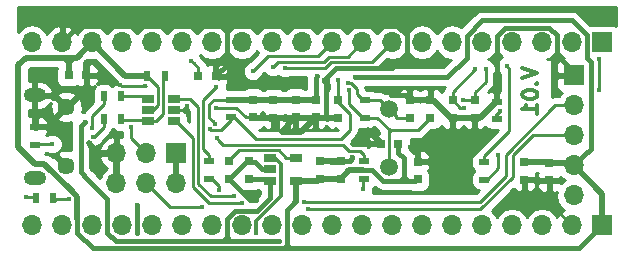
<source format=gbl>
%TF.GenerationSoftware,KiCad,Pcbnew,4.0.7*%
%TF.CreationDate,2017-11-19T13:43:49+08:00*%
%TF.ProjectId,STM32F401CCT6,53544D333246343031434354362E6B69,rev?*%
%TF.FileFunction,Copper,L2,Bot,Signal*%
%FSLAX46Y46*%
G04 Gerber Fmt 4.6, Leading zero omitted, Abs format (unit mm)*
G04 Created by KiCad (PCBNEW 4.0.7) date 11/19/17 13:43:49*
%MOMM*%
%LPD*%
G01*
G04 APERTURE LIST*
%ADD10C,0.100000*%
%ADD11C,0.325000*%
%ADD12C,1.450000*%
%ADD13O,1.900000X1.200000*%
%ADD14R,1.700000X1.700000*%
%ADD15O,1.700000X1.700000*%
%ADD16R,0.500000X0.900000*%
%ADD17R,0.800000X0.750000*%
%ADD18R,0.750000X0.800000*%
%ADD19C,1.500000*%
%ADD20R,0.900000X0.500000*%
%ADD21R,1.060000X0.650000*%
%ADD22C,0.453000*%
%ADD23C,0.250000*%
%ADD24C,0.400000*%
%ADD25C,0.500000*%
%ADD26C,0.300000*%
%ADD27C,0.254000*%
G04 APERTURE END LIST*
D10*
D11*
X43380095Y-5871048D02*
X44680095Y-6304381D01*
X43380095Y-6737714D01*
X44556286Y-7171048D02*
X44618190Y-7232953D01*
X44680095Y-7171048D01*
X44618190Y-7109143D01*
X44556286Y-7171048D01*
X44680095Y-7171048D01*
X43380095Y-8037715D02*
X43380095Y-8161524D01*
X43442000Y-8285334D01*
X43503905Y-8347239D01*
X43627714Y-8409143D01*
X43875333Y-8471048D01*
X44184857Y-8471048D01*
X44432476Y-8409143D01*
X44556286Y-8347239D01*
X44618190Y-8285334D01*
X44680095Y-8161524D01*
X44680095Y-8037715D01*
X44618190Y-7913905D01*
X44556286Y-7852001D01*
X44432476Y-7790096D01*
X44184857Y-7728191D01*
X43875333Y-7728191D01*
X43627714Y-7790096D01*
X43503905Y-7852001D01*
X43442000Y-7913905D01*
X43380095Y-8037715D01*
X44680095Y-9709143D02*
X44680095Y-8966286D01*
X44680095Y-9337715D02*
X43380095Y-9337715D01*
X43565810Y-9213905D01*
X43689619Y-9090096D01*
X43751524Y-8966286D01*
D12*
X4802000Y-9152000D03*
X4802000Y-14152000D03*
D13*
X2102000Y-8152000D03*
X2102000Y-15152000D03*
D14*
X47772000Y-6482000D03*
D15*
X47772000Y-9022000D03*
X47772000Y-11562000D03*
X47772000Y-14102000D03*
X47772000Y-16642000D03*
D16*
X2202000Y-16842000D03*
X3702000Y-16842000D03*
D17*
X31402000Y-12262000D03*
X32902000Y-12262000D03*
D18*
X34542000Y-13792000D03*
X34542000Y-15292000D03*
X45672000Y-15362000D03*
X45672000Y-13862000D03*
D17*
X6482000Y-6472000D03*
X4982000Y-6472000D03*
X15962000Y-6532000D03*
X17462000Y-6532000D03*
D19*
X32142000Y-14222000D03*
X32142000Y-9342000D03*
D20*
X16912000Y-13752000D03*
X16912000Y-15252000D03*
D18*
X18592000Y-15242000D03*
X18592000Y-13742000D03*
X20232000Y-13752000D03*
X20232000Y-15252000D03*
D21*
X22002000Y-15382000D03*
X22002000Y-14432000D03*
X22002000Y-13482000D03*
X24202000Y-13482000D03*
X24202000Y-15382000D03*
D18*
X26282000Y-13722000D03*
X26282000Y-15222000D03*
X28022000Y-13732000D03*
X28022000Y-15232000D03*
D20*
X30012000Y-13752000D03*
X30012000Y-15252000D03*
X40192000Y-13812000D03*
X40192000Y-15312000D03*
D18*
X43572000Y-15332000D03*
X43572000Y-13832000D03*
D20*
X41240000Y-8700000D03*
X41240000Y-10200000D03*
D18*
X37502000Y-10072000D03*
X37502000Y-8572000D03*
X35602000Y-8552000D03*
X35602000Y-10052000D03*
X33872000Y-8552000D03*
X33872000Y-10052000D03*
D20*
X30082000Y-10092000D03*
X30082000Y-8592000D03*
D18*
X27772000Y-10052000D03*
X27772000Y-8552000D03*
X20592000Y-10042000D03*
X20592000Y-8542000D03*
X25892000Y-10042000D03*
X25892000Y-8542000D03*
X22322000Y-10062000D03*
X22322000Y-8562000D03*
X24202000Y-10032000D03*
X24202000Y-8532000D03*
D20*
X18772000Y-8522000D03*
X18772000Y-10022000D03*
D16*
X13120000Y-6510000D03*
X11620000Y-6510000D03*
D21*
X13882000Y-8462000D03*
X13882000Y-9412000D03*
X13882000Y-10362000D03*
X11682000Y-10362000D03*
X11682000Y-8462000D03*
X11682000Y-9412000D03*
D16*
X9452000Y-10152000D03*
X7952000Y-10152000D03*
X9452000Y-8242000D03*
X7952000Y-8242000D03*
D20*
X2172000Y-10842000D03*
X2172000Y-12342000D03*
D14*
X50152000Y-19182000D03*
D15*
X47612000Y-19182000D03*
X45072000Y-19182000D03*
X42532000Y-19182000D03*
X39992000Y-19182000D03*
X37452000Y-19182000D03*
X34912000Y-19182000D03*
X32372000Y-19182000D03*
X29832000Y-19182000D03*
X27292000Y-19182000D03*
X24752000Y-19182000D03*
X22212000Y-19182000D03*
X19672000Y-19182000D03*
X17132000Y-19182000D03*
X14592000Y-19182000D03*
X12052000Y-19182000D03*
X9512000Y-19182000D03*
X6972000Y-19182000D03*
X4432000Y-19182000D03*
X1892000Y-19182000D03*
D14*
X50152000Y-3682000D03*
D15*
X47612000Y-3682000D03*
X45072000Y-3682000D03*
X42532000Y-3682000D03*
X39992000Y-3682000D03*
X37452000Y-3682000D03*
X34912000Y-3682000D03*
X32372000Y-3682000D03*
X29832000Y-3682000D03*
X27292000Y-3682000D03*
X24752000Y-3682000D03*
X22212000Y-3682000D03*
X19672000Y-3682000D03*
X17132000Y-3682000D03*
X14592000Y-3682000D03*
X12052000Y-3682000D03*
X9512000Y-3682000D03*
X6972000Y-3682000D03*
X4432000Y-3682000D03*
X1892000Y-3682000D03*
D14*
X14110000Y-13080000D03*
D15*
X14110000Y-15620000D03*
X11570000Y-13080000D03*
X11570000Y-15620000D03*
X9030000Y-13080000D03*
X9030000Y-15620000D03*
D18*
X39362000Y-10072000D03*
X39362000Y-8572000D03*
D22*
X4978642Y-16975358D03*
X6340000Y-10420000D03*
X22830000Y-20483500D03*
X6570000Y-15250000D03*
X11492000Y-7402000D03*
X33870000Y-12560000D03*
X20838457Y-16989442D03*
X26588588Y-6909077D03*
X6670448Y-12212992D03*
X9360000Y-7270000D03*
X29030000Y-12270000D03*
X15027782Y-9037708D03*
X17452000Y-9202000D03*
X29015525Y-13418475D03*
X32242000Y-8122000D03*
X6502000Y-5382000D03*
X21462000Y-9712000D03*
X23082000Y-11297010D03*
X23572000Y-10972000D03*
X22632000Y-11032000D03*
X30302000Y-11072000D03*
X49870000Y-7710000D03*
X27800000Y-6908502D03*
X16953502Y-11052880D03*
X49860000Y-5090000D03*
X38412000Y-8562000D03*
X40283765Y-5933765D03*
X38440000Y-9260000D03*
X39415637Y-5942266D03*
X28687278Y-7758528D03*
X28671321Y-7095929D03*
X41470000Y-9480000D03*
X41350000Y-13220000D03*
X10302000Y-10820499D03*
X17510000Y-11810000D03*
X17682000Y-16150500D03*
X16242233Y-17582233D03*
X42062000Y-5672000D03*
X23320000Y-5870009D03*
X22270000Y-5780000D03*
X20572000Y-6132000D03*
X24876565Y-17206504D03*
X25252000Y-17832000D03*
X19701956Y-17305509D03*
X18976246Y-16716246D03*
X29932000Y-16132000D03*
X17502000Y-7442000D03*
X7001522Y-10963120D03*
X3612000Y-12282000D03*
X7079495Y-11673617D03*
X15360000Y-5230000D03*
X1372000Y-16812000D03*
X20871991Y-19857000D03*
X26043686Y-6549227D03*
X49203895Y-7744652D03*
X10790000Y-21110000D03*
X10792000Y-19857008D03*
X10812000Y-17472000D03*
X24039145Y-17268683D03*
X29202000Y-6642000D03*
X17403613Y-10579794D03*
X44732000Y-13832000D03*
X29922000Y-14492000D03*
D23*
X3918642Y-16975358D02*
X4658323Y-16975358D01*
X4658323Y-16975358D02*
X4978642Y-16975358D01*
X3812000Y-17082000D02*
X3918642Y-16975358D01*
D24*
X18812000Y-20483500D02*
X22830000Y-20483500D01*
X18503516Y-20483500D02*
X18812000Y-20483500D01*
X18812000Y-20483500D02*
X18683500Y-20483500D01*
X18683500Y-20483500D02*
X18382000Y-20182000D01*
X18080492Y-20483508D02*
X18503508Y-20483508D01*
X18503508Y-20483508D02*
X18503516Y-20483500D01*
X6570000Y-15250000D02*
X8262009Y-16942009D01*
X8262009Y-16942009D02*
X8262009Y-19781997D01*
X8262009Y-19781997D02*
X8963520Y-20483508D01*
X8963520Y-20483508D02*
X18080492Y-20483508D01*
X18080492Y-20483508D02*
X18382000Y-20182000D01*
X6113501Y-10646499D02*
X6340000Y-10420000D01*
X6000000Y-14680000D02*
X6000000Y-10760000D01*
X6000000Y-10760000D02*
X6113501Y-10646499D01*
X6570000Y-15250000D02*
X6000000Y-14680000D01*
X18382000Y-20182000D02*
X18382000Y-20205508D01*
X18382000Y-20182000D02*
X18382000Y-20191508D01*
X22002000Y-15382000D02*
X22002000Y-16889209D01*
X22002000Y-16889209D02*
X20959200Y-17932009D01*
X20959200Y-17932009D02*
X19072003Y-17932009D01*
X19072003Y-17932009D02*
X18382000Y-18622012D01*
X18382000Y-18622012D02*
X18382000Y-19842000D01*
X18382000Y-20182000D02*
X18382000Y-20322000D01*
X18382000Y-19842000D02*
X18382000Y-20182000D01*
X20072000Y-15252000D02*
X21872000Y-15252000D01*
X21872000Y-15252000D02*
X22002000Y-15382000D01*
X18382000Y-19842000D02*
X18385501Y-19845501D01*
D23*
X22002000Y-15957000D02*
X22002000Y-15382000D01*
D25*
X2172000Y-10842000D02*
X2172000Y-8222000D01*
X2172000Y-8222000D02*
X2102000Y-8152000D01*
D23*
X9360000Y-7270000D02*
X9472000Y-7382000D01*
X11502000Y-7402000D02*
X11492000Y-7402000D01*
X9472000Y-7382000D02*
X11482000Y-7382000D01*
X11482000Y-7382000D02*
X11502000Y-7402000D01*
D24*
X34096499Y-12786499D02*
X33870000Y-12560000D01*
X34532000Y-13222000D02*
X34096499Y-12786499D01*
X34532000Y-13732000D02*
X34532000Y-13222000D01*
X20314458Y-16989442D02*
X20518138Y-16989442D01*
X18577016Y-15252000D02*
X20314458Y-16989442D01*
X20518138Y-16989442D02*
X20838457Y-16989442D01*
X33872000Y-8552000D02*
X33872000Y-8532000D01*
X33872000Y-8532000D02*
X33462000Y-8122000D01*
X32562319Y-8122000D02*
X32242000Y-8122000D01*
X33462000Y-8122000D02*
X32562319Y-8122000D01*
X26812000Y-10042000D02*
X26812000Y-7142000D01*
X26812000Y-7142000D02*
X26588588Y-6918588D01*
X26588588Y-6918588D02*
X26588588Y-6909077D01*
X27640657Y-5857008D02*
X26815087Y-6682578D01*
X33621991Y-3082003D02*
X33621991Y-4568009D01*
X32811988Y-2272000D02*
X33621991Y-3082003D01*
X26815087Y-6682578D02*
X26588588Y-6909077D01*
X33621991Y-4568009D02*
X32332992Y-5857008D01*
X32332992Y-5857008D02*
X27640657Y-5857008D01*
X18742000Y-2272000D02*
X32811988Y-2272000D01*
D25*
X6896947Y-12439491D02*
X6670448Y-12212992D01*
X9030000Y-13080000D02*
X7537456Y-13080000D01*
X7537456Y-13080000D02*
X6896947Y-12439491D01*
X29038000Y-12262000D02*
X29030000Y-12270000D01*
X31402000Y-12262000D02*
X29038000Y-12262000D01*
X41242000Y-8602000D02*
X41242000Y-8628000D01*
X41242000Y-8628000D02*
X39798000Y-10072000D01*
X39798000Y-10072000D02*
X39362000Y-10072000D01*
D24*
X18382000Y-2272000D02*
X18032000Y-2272000D01*
X18032000Y-2272000D02*
X5842000Y-2272000D01*
X18382000Y-2632000D02*
X18382000Y-2622000D01*
X18382000Y-2622000D02*
X18032000Y-2272000D01*
X18382000Y-2632000D02*
X18382000Y-2272000D01*
X18382000Y-5562000D02*
X18382000Y-2632000D01*
X18382000Y-2272000D02*
X18742000Y-2272000D01*
X18382000Y-2632000D02*
X18742000Y-2272000D01*
D23*
X13882000Y-9412000D02*
X14653490Y-9412000D01*
X14653490Y-9412000D02*
X15027782Y-9037708D01*
X20592000Y-10042000D02*
X19967000Y-10042000D01*
X19967000Y-10042000D02*
X19127000Y-9202000D01*
X19127000Y-9202000D02*
X17772319Y-9202000D01*
X17772319Y-9202000D02*
X17452000Y-9202000D01*
X17462000Y-6532000D02*
X17487000Y-6532000D01*
D24*
X17462000Y-6532000D02*
X17462000Y-6482000D01*
X17462000Y-6482000D02*
X18382000Y-5562000D01*
D23*
X17702000Y-6772000D02*
X17462000Y-6532000D01*
D25*
X37502000Y-10072000D02*
X39362000Y-10072000D01*
X35602000Y-8552000D02*
X35852000Y-8552000D01*
X37372000Y-10072000D02*
X37502000Y-10072000D01*
X35852000Y-8552000D02*
X37372000Y-10072000D01*
D23*
X43572000Y-15332000D02*
X43572000Y-15357000D01*
D24*
X25892000Y-10042000D02*
X26812000Y-10042000D01*
X26812000Y-10042000D02*
X27762000Y-10042000D01*
X27762000Y-10042000D02*
X27772000Y-10052000D01*
D23*
X13882000Y-9412000D02*
X13488396Y-9412000D01*
D25*
X25892000Y-10042000D02*
X25976984Y-10042000D01*
D24*
X47772000Y-6482000D02*
X47772000Y-6204791D01*
X47772000Y-6204791D02*
X46321991Y-4754782D01*
X46321991Y-4754782D02*
X46321991Y-3082003D01*
X46321991Y-3082003D02*
X45671997Y-2432009D01*
X41932003Y-2432009D02*
X41241991Y-3122021D01*
X45671997Y-2432009D02*
X41932003Y-2432009D01*
X41241991Y-3122021D02*
X41241991Y-8591991D01*
X41241991Y-8591991D02*
X41262000Y-8612000D01*
D23*
X47612000Y-19182000D02*
X45682000Y-17252000D01*
X45682000Y-17252000D02*
X45682000Y-15312000D01*
X45682000Y-15312000D02*
X43592000Y-15312000D01*
X43592000Y-15312000D02*
X43572000Y-15332000D01*
D24*
X20072000Y-13752000D02*
X20112000Y-13792000D01*
X20112000Y-13792000D02*
X20752000Y-13792000D01*
X20752000Y-13792000D02*
X21392000Y-14432000D01*
X21392000Y-14432000D02*
X22002000Y-14432000D01*
X18572000Y-15252000D02*
X20072000Y-13752000D01*
X5842000Y-2272000D02*
X5281999Y-2832001D01*
X5281999Y-2832001D02*
X4432000Y-3682000D01*
X29015525Y-13513475D02*
X29015525Y-13418475D01*
X28022000Y-13732000D02*
X28797000Y-13732000D01*
X28797000Y-13732000D02*
X29015525Y-13513475D01*
D26*
X25892000Y-10042000D02*
X25892000Y-9946984D01*
D25*
X21482000Y-10052000D02*
X20602000Y-10052000D01*
X6482000Y-6472000D02*
X6482000Y-5402000D01*
X6482000Y-5402000D02*
X6502000Y-5382000D01*
X24687000Y-11272000D02*
X23107000Y-11272000D01*
X25882000Y-10077000D02*
X24687000Y-11272000D01*
X23107000Y-11272000D02*
X23082000Y-11247000D01*
X31402000Y-12262000D02*
X31402000Y-12172000D01*
X31402000Y-12172000D02*
X30302000Y-11072000D01*
X25882000Y-10052000D02*
X25882000Y-10077000D01*
X22632000Y-11032000D02*
X22632000Y-10372000D01*
X22632000Y-10372000D02*
X22322000Y-10062000D01*
X23572000Y-10972000D02*
X23572000Y-10612000D01*
X23572000Y-10612000D02*
X24122000Y-10062000D01*
X21482000Y-10052000D02*
X22312000Y-10052000D01*
X21462000Y-9712000D02*
X21462000Y-10032000D01*
X21462000Y-10032000D02*
X21482000Y-10052000D01*
X22312000Y-10052000D02*
X22322000Y-10062000D01*
X24122000Y-10062000D02*
X22322000Y-10062000D01*
X25882000Y-10052000D02*
X24132000Y-10052000D01*
X24132000Y-10052000D02*
X24122000Y-10062000D01*
X26282000Y-13722000D02*
X28012000Y-13722000D01*
X28012000Y-13722000D02*
X28022000Y-13732000D01*
X9030000Y-13080000D02*
X9030000Y-15620000D01*
X33872000Y-8552000D02*
X35602000Y-8552000D01*
D23*
X24661990Y-11297010D02*
X25882000Y-10077000D01*
X22605332Y-10345332D02*
X22322000Y-10062000D01*
X25882000Y-10052000D02*
X25882000Y-9922000D01*
X41232000Y-3213012D02*
X42063010Y-2382002D01*
X33872000Y-8552000D02*
X35582000Y-8552000D01*
X35582000Y-8552000D02*
X35592000Y-8562000D01*
X24202000Y-13482000D02*
X23422000Y-13482000D01*
X23422000Y-13482000D02*
X22762002Y-12822002D01*
X22762002Y-12822002D02*
X19411998Y-12822002D01*
X19411998Y-12822002D02*
X18512000Y-13722000D01*
X18512000Y-13722000D02*
X18512000Y-13742000D01*
X49860000Y-5090000D02*
X49860000Y-7700000D01*
X49860000Y-7700000D02*
X49870000Y-7710000D01*
X27772000Y-6936502D02*
X27800000Y-6908502D01*
X27772000Y-8552000D02*
X27772000Y-6936502D01*
X18772000Y-10022000D02*
X18772000Y-10238000D01*
X17044113Y-11143491D02*
X16953502Y-11052880D01*
X18772000Y-10238000D02*
X17866509Y-11143491D01*
X17866509Y-11143491D02*
X17044113Y-11143491D01*
X27772000Y-8552000D02*
X27772000Y-8692016D01*
X27772000Y-8692016D02*
X28822000Y-9742016D01*
X28822000Y-9742016D02*
X28822000Y-11106910D01*
X28822000Y-11106910D02*
X28056910Y-11872000D01*
X28056910Y-11872000D02*
X20822000Y-11872000D01*
X20822000Y-11872000D02*
X18972000Y-10022000D01*
X18972000Y-10022000D02*
X18772000Y-10022000D01*
X27772000Y-8738736D02*
X27772000Y-8672000D01*
X40283765Y-5933765D02*
X40283765Y-6512000D01*
X40283765Y-6512000D02*
X40283765Y-6690235D01*
X40283765Y-7000235D02*
X40283765Y-6512000D01*
X39362000Y-8572000D02*
X39362000Y-7922000D01*
X39362000Y-7922000D02*
X40283765Y-7000235D01*
X38412000Y-8562000D02*
X39352000Y-8562000D01*
X39352000Y-8562000D02*
X39362000Y-8572000D01*
X38165000Y-9260000D02*
X38440000Y-9260000D01*
X37502000Y-8597000D02*
X38165000Y-9260000D01*
X37502000Y-8572000D02*
X37502000Y-8597000D01*
X37502000Y-8572000D02*
X37502000Y-7855903D01*
X37502000Y-7855903D02*
X39415637Y-5942266D01*
X31132000Y-10092000D02*
X29872000Y-10092000D01*
X32172000Y-11132000D02*
X31132000Y-10092000D01*
X29872000Y-10092000D02*
X28687278Y-8907278D01*
X28687278Y-8907278D02*
X28687278Y-8076726D01*
X28687278Y-8076726D02*
X28687278Y-7758528D01*
X32362000Y-11132000D02*
X34547000Y-11132000D01*
X32172000Y-11132000D02*
X32362000Y-11132000D01*
X32142000Y-11132000D02*
X32142000Y-11272000D01*
X32142000Y-11272000D02*
X32142000Y-14222000D01*
X32362000Y-11132000D02*
X32282000Y-11132000D01*
X32282000Y-11132000D02*
X32142000Y-11272000D01*
X32172000Y-11132000D02*
X32172000Y-11122000D01*
X32172000Y-11122000D02*
X32162000Y-11112000D01*
X32162000Y-11112000D02*
X32142000Y-11132000D01*
X34547000Y-11132000D02*
X35602000Y-10077000D01*
X35602000Y-10077000D02*
X35602000Y-10052000D01*
X35592000Y-10062000D02*
X35592000Y-10087000D01*
X35592000Y-10087000D02*
X34547000Y-11132000D01*
X29382000Y-7615988D02*
X28861941Y-7095929D01*
X28861941Y-7095929D02*
X28671321Y-7095929D01*
X29882000Y-8592000D02*
X29382000Y-8092000D01*
X30082000Y-8592000D02*
X29882000Y-8592000D01*
X29382000Y-8092000D02*
X29382000Y-7615988D01*
X30082000Y-8592000D02*
X31392000Y-8592000D01*
X31392000Y-8592000D02*
X32142000Y-9342000D01*
X32812000Y-10062000D02*
X32812000Y-10012000D01*
X32812000Y-10012000D02*
X32142000Y-9342000D01*
X33832000Y-10062000D02*
X32812000Y-10062000D01*
X32812000Y-10062000D02*
X32072000Y-9322000D01*
X41243501Y-9706499D02*
X41470000Y-9480000D01*
X41162000Y-9788000D02*
X41243501Y-9706499D01*
X41162000Y-10092000D02*
X41162000Y-9788000D01*
X41350000Y-13540319D02*
X41350000Y-13220000D01*
X40192000Y-15312000D02*
X40392000Y-15312000D01*
X40392000Y-15312000D02*
X41350000Y-14354000D01*
X41350000Y-14354000D02*
X41350000Y-13540319D01*
X10302000Y-11812000D02*
X10302000Y-11140818D01*
X10302000Y-11140818D02*
X10302000Y-10820499D01*
X11570000Y-13080000D02*
X10302000Y-11812000D01*
X17736499Y-12036499D02*
X17510000Y-11810000D01*
X28750808Y-12866984D02*
X28255827Y-12372003D01*
X30012000Y-13252000D02*
X29626984Y-12866984D01*
X30012000Y-13752000D02*
X30012000Y-13252000D01*
X28255827Y-12372003D02*
X18072003Y-12372003D01*
X29626984Y-12866984D02*
X28750808Y-12866984D01*
X18072003Y-12372003D02*
X17736499Y-12036499D01*
X30022000Y-13692000D02*
X30022000Y-13645011D01*
X17682000Y-15822000D02*
X17682000Y-15830181D01*
X17112000Y-15252000D02*
X17682000Y-15822000D01*
X17682000Y-15830181D02*
X17682000Y-16150500D01*
X16912000Y-15252000D02*
X17112000Y-15252000D01*
X16242233Y-17582233D02*
X13532233Y-17582233D01*
X13532233Y-17582233D02*
X11570000Y-15620000D01*
X40192000Y-13312000D02*
X42288499Y-11215501D01*
X42288499Y-5898499D02*
X42062000Y-5672000D01*
X40192000Y-13812000D02*
X40192000Y-13312000D01*
X42288499Y-11215501D02*
X42288499Y-5898499D01*
X23640319Y-5870009D02*
X23320000Y-5870009D01*
X26703705Y-5870009D02*
X23640319Y-5870009D01*
X27241706Y-5332008D02*
X26703705Y-5870009D01*
X30691992Y-5332008D02*
X27241706Y-5332008D01*
X32372000Y-3652000D02*
X30691992Y-5332008D01*
X29832000Y-3652000D02*
X28601993Y-4882007D01*
X28601993Y-4882007D02*
X27049031Y-4882007D01*
X26612529Y-5318509D02*
X22725491Y-5318509D01*
X27049031Y-4882007D02*
X26612529Y-5318509D01*
X22725491Y-5318509D02*
X22270000Y-5774000D01*
X22270000Y-5774000D02*
X22270000Y-5780000D01*
X20798499Y-5905501D02*
X20572000Y-6132000D01*
X21845492Y-4858508D02*
X20798499Y-5905501D01*
X23791113Y-4858508D02*
X23771113Y-4838508D01*
X26085492Y-4858508D02*
X23791113Y-4858508D01*
X27292000Y-3652000D02*
X26085492Y-4858508D01*
X22868887Y-4838508D02*
X22848887Y-4858508D01*
X22848887Y-4858508D02*
X21845492Y-4858508D01*
X23771113Y-4838508D02*
X22868887Y-4838508D01*
X25196884Y-17206504D02*
X24876565Y-17206504D01*
X39798206Y-17206504D02*
X25196884Y-17206504D01*
X42001491Y-15003219D02*
X39798206Y-17206504D01*
X42001491Y-13216112D02*
X42001491Y-15003219D01*
X47772000Y-9022000D02*
X46195603Y-9022000D01*
X46195603Y-9022000D02*
X42001491Y-13216112D01*
X47772000Y-9022000D02*
X46385619Y-9022000D01*
X25572319Y-17832000D02*
X25252000Y-17832000D01*
X39822000Y-17832000D02*
X25572319Y-17832000D01*
X44292000Y-11562000D02*
X42592000Y-13262000D01*
X47772000Y-11562000D02*
X44292000Y-11562000D01*
X42592000Y-13262000D02*
X42592000Y-15062000D01*
X42592000Y-15062000D02*
X39822000Y-17832000D01*
X13882000Y-10362000D02*
X14087000Y-10362000D01*
X14087000Y-10362000D02*
X15502000Y-11777000D01*
X15502000Y-11777000D02*
X15502000Y-15962000D01*
X15502000Y-15962000D02*
X16845509Y-17305509D01*
X16845509Y-17305509D02*
X19381637Y-17305509D01*
X19381637Y-17305509D02*
X19701956Y-17305509D01*
X13882000Y-8462000D02*
X15232000Y-8462000D01*
X15232000Y-8462000D02*
X15952001Y-9182001D01*
X17016246Y-16716246D02*
X18655927Y-16716246D01*
X15952001Y-9182001D02*
X15952001Y-15652001D01*
X15952001Y-15652001D02*
X17016246Y-16716246D01*
X18655927Y-16716246D02*
X18976246Y-16716246D01*
X11682000Y-8462000D02*
X11462000Y-8242000D01*
X11462000Y-8242000D02*
X9452000Y-8242000D01*
X11682000Y-10362000D02*
X12362000Y-10362000D01*
X9452000Y-10152000D02*
X9562000Y-10262000D01*
X9562000Y-10262000D02*
X11582000Y-10262000D01*
X11582000Y-10262000D02*
X11682000Y-10362000D01*
X12362000Y-10362000D02*
X13002000Y-9722000D01*
X13002000Y-9722000D02*
X13002000Y-6932000D01*
X29932000Y-15282000D02*
X29932000Y-16132000D01*
X30022000Y-15192000D02*
X29932000Y-15282000D01*
X17275501Y-7668499D02*
X17502000Y-7442000D01*
X16402002Y-8541998D02*
X17275501Y-7668499D01*
X16402002Y-12742002D02*
X16402002Y-8541998D01*
X16912000Y-13752000D02*
X16912000Y-13252000D01*
X16912000Y-13252000D02*
X16402002Y-12742002D01*
X7952000Y-8242000D02*
X7952000Y-8942000D01*
X7952000Y-8942000D02*
X7001522Y-9892478D01*
X7001522Y-9892478D02*
X7001522Y-10963120D01*
X3612000Y-12282000D02*
X2232000Y-12282000D01*
X2232000Y-12282000D02*
X2172000Y-12342000D01*
X7130383Y-11673617D02*
X7079495Y-11673617D01*
X7952000Y-10852000D02*
X7130383Y-11673617D01*
X7952000Y-10152000D02*
X7952000Y-10852000D01*
X15586499Y-5456499D02*
X15360000Y-5230000D01*
X15962000Y-5832000D02*
X15586499Y-5456499D01*
X15962000Y-6532000D02*
X15962000Y-5832000D01*
X2202000Y-16972000D02*
X2042000Y-16812000D01*
X1692319Y-16812000D02*
X1372000Y-16812000D01*
X2042000Y-16812000D02*
X1692319Y-16812000D01*
D26*
X20871991Y-19536681D02*
X20871991Y-19857000D01*
X22952009Y-13972009D02*
X22952009Y-16717017D01*
X22462000Y-13482000D02*
X22952009Y-13972009D01*
X20871991Y-18797035D02*
X20871991Y-19536681D01*
X22952009Y-16717017D02*
X20871991Y-18797035D01*
X22002000Y-13482000D02*
X22462000Y-13482000D01*
D25*
X712000Y-12552000D02*
X2122000Y-13962000D01*
X712000Y-8596924D02*
X712000Y-12552000D01*
X2122000Y-13962000D02*
X2932000Y-13962000D01*
X4602000Y-4981991D02*
X1362009Y-4981991D01*
X5722000Y-16762000D02*
X5722000Y-18662000D01*
X712000Y-7707076D02*
X702000Y-7717076D01*
X1362009Y-4981991D02*
X712000Y-5632000D01*
X712000Y-5632000D02*
X712000Y-7707076D01*
X702000Y-7717076D02*
X702000Y-8586924D01*
X702000Y-8586924D02*
X712000Y-8596924D01*
X2932000Y-13962000D02*
X5235509Y-16265509D01*
X5235509Y-16265509D02*
X5235509Y-16275509D01*
X5235509Y-16275509D02*
X5722000Y-16762000D01*
D24*
X34352000Y-15412000D02*
X33772000Y-15412000D01*
X33772000Y-15412000D02*
X33372000Y-15412000D01*
D23*
X33372000Y-15002000D02*
X33372000Y-15012000D01*
X33372000Y-15012000D02*
X33772000Y-15412000D01*
D24*
X33032000Y-15412000D02*
X31630012Y-15412000D01*
X33372000Y-15412000D02*
X33032000Y-15412000D01*
X33372000Y-13507000D02*
X33372000Y-15002000D01*
X33372000Y-15002000D02*
X33372000Y-15412000D01*
D23*
X33032000Y-15412000D02*
X33032000Y-15342000D01*
X33032000Y-15342000D02*
X33372000Y-15002000D01*
D24*
X23120000Y-21120000D02*
X11120319Y-21120000D01*
X11120319Y-21120000D02*
X11110319Y-21110000D01*
X11110319Y-21110000D02*
X10790000Y-21110000D01*
X23234708Y-21120000D02*
X23461991Y-20892717D01*
X10812000Y-17472000D02*
X10792000Y-17492000D01*
X10792000Y-17492000D02*
X10792000Y-19857008D01*
D25*
X14110000Y-13080000D02*
X14110000Y-15620000D01*
X44732000Y-13832000D02*
X45642000Y-13832000D01*
X45642000Y-13832000D02*
X45672000Y-13862000D01*
X43572000Y-13832000D02*
X44732000Y-13832000D01*
X45672000Y-13862000D02*
X47532000Y-13862000D01*
X47532000Y-13862000D02*
X47772000Y-14102000D01*
X47772000Y-14102000D02*
X50152000Y-16482000D01*
X50152000Y-16482000D02*
X50152000Y-19182000D01*
D24*
X49203895Y-7744652D02*
X49203895Y-12670105D01*
X49203895Y-12670105D02*
X48621999Y-13252001D01*
X48621999Y-13252001D02*
X47772000Y-14102000D01*
X48861991Y-5021991D02*
X49203895Y-5363895D01*
X49203895Y-7424333D02*
X49203895Y-7744652D01*
X49203895Y-5363895D02*
X49203895Y-7424333D01*
X10469681Y-21110000D02*
X10790000Y-21110000D01*
X7050012Y-21110000D02*
X10469681Y-21110000D01*
X5722000Y-18662000D02*
X5722000Y-19781988D01*
X5722000Y-19781988D02*
X7050012Y-21110000D01*
X23120000Y-21120000D02*
X23700000Y-21120000D01*
X23700000Y-21120000D02*
X48214000Y-21120000D01*
X23461991Y-20892717D02*
X23472717Y-20892717D01*
X23472717Y-20892717D02*
X23700000Y-21120000D01*
X23120000Y-21120000D02*
X23234708Y-21120000D01*
X48214000Y-21120000D02*
X50152000Y-19182000D01*
D23*
X10812000Y-19837008D02*
X10792000Y-19857008D01*
D24*
X23466492Y-20888216D02*
X23461991Y-20892717D01*
X24039145Y-17268683D02*
X23466492Y-17841336D01*
X23466492Y-17841336D02*
X23466492Y-20888216D01*
D25*
X6972000Y-3682000D02*
X9800000Y-6510000D01*
X6972000Y-3682000D02*
X5672009Y-4981991D01*
D23*
X6972000Y-3652000D02*
X5682000Y-4942000D01*
D24*
X48861991Y-5021991D02*
X48861991Y-3082003D01*
X48861991Y-3082003D02*
X47611997Y-1832009D01*
X37052000Y-6642000D02*
X29520198Y-6642000D01*
X47611997Y-1832009D02*
X39992003Y-1832009D01*
X39992003Y-1832009D02*
X38701991Y-3122021D01*
X38701991Y-3122021D02*
X38701991Y-4992009D01*
X38701991Y-4992009D02*
X37052000Y-6642000D01*
X29520198Y-6642000D02*
X29202000Y-6642000D01*
X23461991Y-20892717D02*
X23461991Y-20921991D01*
X24202000Y-17147404D02*
X24080721Y-17268683D01*
X24080721Y-17268683D02*
X24039145Y-17268683D01*
X48962000Y-5122000D02*
X48861991Y-5021991D01*
D23*
X50132000Y-19222000D02*
X50152000Y-19222000D01*
X50142000Y-19222000D02*
X50152000Y-19222000D01*
D24*
X25892000Y-6700913D02*
X26043686Y-6549227D01*
D25*
X5672009Y-4981991D02*
X5382000Y-4981991D01*
D24*
X25892000Y-8542000D02*
X25892000Y-6700913D01*
D25*
X4982000Y-5527000D02*
X4982000Y-4991991D01*
X4982000Y-4991991D02*
X4992000Y-4981991D01*
X4982000Y-5527000D02*
X4982000Y-6472000D01*
X4992000Y-4981991D02*
X4602000Y-4981991D01*
D24*
X4982000Y-5381991D02*
X5382000Y-4981991D01*
D25*
X5382000Y-4981991D02*
X4992000Y-4981991D01*
D24*
X4982000Y-5361991D02*
X4602000Y-4981991D01*
X4982000Y-5527000D02*
X4982000Y-5381991D01*
D23*
X16900508Y-8937283D02*
X16900508Y-10076689D01*
X17315791Y-8522000D02*
X16900508Y-8937283D01*
X16900508Y-10076689D02*
X17177114Y-10353295D01*
X17177114Y-10353295D02*
X17403613Y-10579794D01*
X18772000Y-8522000D02*
X17315791Y-8522000D01*
X45662000Y-13832000D02*
X45682000Y-13812000D01*
D25*
X24202000Y-15382000D02*
X24202000Y-17147404D01*
D24*
X32902000Y-12262000D02*
X32902000Y-13037000D01*
X32902000Y-13037000D02*
X33372000Y-13507000D01*
X34532000Y-15232000D02*
X34352000Y-15412000D01*
X31630012Y-15412000D02*
X30710012Y-14492000D01*
X30710012Y-14492000D02*
X29922000Y-14492000D01*
D26*
X32902000Y-12262000D02*
X32942000Y-12262000D01*
D25*
X24222000Y-8532000D02*
X25882000Y-8532000D01*
X25882000Y-8532000D02*
X25892000Y-8542000D01*
X28022000Y-15232000D02*
X28762000Y-14492000D01*
X28762000Y-14492000D02*
X29922000Y-14492000D01*
X26282000Y-15222000D02*
X28012000Y-15222000D01*
X28012000Y-15222000D02*
X28022000Y-15232000D01*
X24202000Y-15382000D02*
X26122000Y-15382000D01*
X26122000Y-15382000D02*
X26282000Y-15222000D01*
X18772000Y-8522000D02*
X20572000Y-8522000D01*
X20572000Y-8522000D02*
X20602000Y-8552000D01*
X22322000Y-8562000D02*
X20612000Y-8562000D01*
X20612000Y-8562000D02*
X20602000Y-8552000D01*
X24122000Y-8562000D02*
X22322000Y-8562000D01*
D23*
X26392000Y-15222000D02*
X28012000Y-15222000D01*
X25872000Y-8562000D02*
X25882000Y-8552000D01*
D25*
X9800000Y-6510000D02*
X11620000Y-6510000D01*
D23*
X12550000Y-7450000D02*
X11620000Y-6520000D01*
X11620000Y-6520000D02*
X11620000Y-6510000D01*
X11682000Y-9412000D02*
X12102000Y-9412000D01*
X12102000Y-9412000D02*
X12550000Y-8964000D01*
X12550000Y-8964000D02*
X12550000Y-7450000D01*
D27*
G36*
X47739000Y-19055000D02*
X47759000Y-19055000D01*
X47759000Y-19309000D01*
X47739000Y-19309000D01*
X47739000Y-19329000D01*
X47485000Y-19329000D01*
X47485000Y-19309000D01*
X47465000Y-19309000D01*
X47465000Y-19055000D01*
X47485000Y-19055000D01*
X47485000Y-19035000D01*
X47739000Y-19035000D01*
X47739000Y-19055000D01*
X47739000Y-19055000D01*
G37*
X47739000Y-19055000D02*
X47759000Y-19055000D01*
X47759000Y-19309000D01*
X47739000Y-19309000D01*
X47739000Y-19329000D01*
X47485000Y-19329000D01*
X47485000Y-19309000D01*
X47465000Y-19309000D01*
X47465000Y-19055000D01*
X47485000Y-19055000D01*
X47485000Y-19035000D01*
X47739000Y-19035000D01*
X47739000Y-19055000D01*
G36*
X44662000Y-14835691D02*
X44662000Y-15076250D01*
X44820750Y-15235000D01*
X45545000Y-15235000D01*
X45545000Y-15215000D01*
X45799000Y-15215000D01*
X45799000Y-15235000D01*
X46523250Y-15235000D01*
X46658143Y-15100107D01*
X46692853Y-15152054D01*
X47022026Y-15372000D01*
X46692853Y-15591946D01*
X46666154Y-15631904D01*
X46523250Y-15489000D01*
X45799000Y-15489000D01*
X45799000Y-16238250D01*
X45957750Y-16397000D01*
X46173310Y-16397000D01*
X46318612Y-16336814D01*
X46257907Y-16642000D01*
X46370946Y-17210285D01*
X46692853Y-17692054D01*
X46952793Y-17865740D01*
X46845076Y-17910355D01*
X46416817Y-18300642D01*
X46349702Y-18443553D01*
X46122054Y-18102853D01*
X45640285Y-17780946D01*
X45072000Y-17667907D01*
X44503715Y-17780946D01*
X44021946Y-18102853D01*
X43802000Y-18432026D01*
X43582054Y-18102853D01*
X43100285Y-17780946D01*
X42532000Y-17667907D01*
X41963715Y-17780946D01*
X41481946Y-18102853D01*
X41262000Y-18432026D01*
X41042054Y-18102853D01*
X40792617Y-17936185D01*
X42652356Y-16076446D01*
X42658673Y-16091698D01*
X42837301Y-16270327D01*
X43070690Y-16367000D01*
X43286250Y-16367000D01*
X43445000Y-16208250D01*
X43445000Y-15459000D01*
X43699000Y-15459000D01*
X43699000Y-16208250D01*
X43857750Y-16367000D01*
X44073310Y-16367000D01*
X44306699Y-16270327D01*
X44485327Y-16091698D01*
X44582000Y-15858309D01*
X44582000Y-15647750D01*
X44662000Y-15647750D01*
X44662000Y-15888309D01*
X44758673Y-16121698D01*
X44937301Y-16300327D01*
X45170690Y-16397000D01*
X45386250Y-16397000D01*
X45545000Y-16238250D01*
X45545000Y-15489000D01*
X44820750Y-15489000D01*
X44662000Y-15647750D01*
X44582000Y-15647750D01*
X44582000Y-15617750D01*
X44423250Y-15459000D01*
X43699000Y-15459000D01*
X43445000Y-15459000D01*
X43425000Y-15459000D01*
X43425000Y-15205000D01*
X43445000Y-15205000D01*
X43445000Y-15185000D01*
X43699000Y-15185000D01*
X43699000Y-15205000D01*
X44423250Y-15205000D01*
X44582000Y-15046250D01*
X44582000Y-14805691D01*
X44545263Y-14717000D01*
X44711163Y-14717000D01*
X44662000Y-14835691D01*
X44662000Y-14835691D01*
G37*
X44662000Y-14835691D02*
X44662000Y-15076250D01*
X44820750Y-15235000D01*
X45545000Y-15235000D01*
X45545000Y-15215000D01*
X45799000Y-15215000D01*
X45799000Y-15235000D01*
X46523250Y-15235000D01*
X46658143Y-15100107D01*
X46692853Y-15152054D01*
X47022026Y-15372000D01*
X46692853Y-15591946D01*
X46666154Y-15631904D01*
X46523250Y-15489000D01*
X45799000Y-15489000D01*
X45799000Y-16238250D01*
X45957750Y-16397000D01*
X46173310Y-16397000D01*
X46318612Y-16336814D01*
X46257907Y-16642000D01*
X46370946Y-17210285D01*
X46692853Y-17692054D01*
X46952793Y-17865740D01*
X46845076Y-17910355D01*
X46416817Y-18300642D01*
X46349702Y-18443553D01*
X46122054Y-18102853D01*
X45640285Y-17780946D01*
X45072000Y-17667907D01*
X44503715Y-17780946D01*
X44021946Y-18102853D01*
X43802000Y-18432026D01*
X43582054Y-18102853D01*
X43100285Y-17780946D01*
X42532000Y-17667907D01*
X41963715Y-17780946D01*
X41481946Y-18102853D01*
X41262000Y-18432026D01*
X41042054Y-18102853D01*
X40792617Y-17936185D01*
X42652356Y-16076446D01*
X42658673Y-16091698D01*
X42837301Y-16270327D01*
X43070690Y-16367000D01*
X43286250Y-16367000D01*
X43445000Y-16208250D01*
X43445000Y-15459000D01*
X43699000Y-15459000D01*
X43699000Y-16208250D01*
X43857750Y-16367000D01*
X44073310Y-16367000D01*
X44306699Y-16270327D01*
X44485327Y-16091698D01*
X44582000Y-15858309D01*
X44582000Y-15647750D01*
X44662000Y-15647750D01*
X44662000Y-15888309D01*
X44758673Y-16121698D01*
X44937301Y-16300327D01*
X45170690Y-16397000D01*
X45386250Y-16397000D01*
X45545000Y-16238250D01*
X45545000Y-15489000D01*
X44820750Y-15489000D01*
X44662000Y-15647750D01*
X44582000Y-15647750D01*
X44582000Y-15617750D01*
X44423250Y-15459000D01*
X43699000Y-15459000D01*
X43445000Y-15459000D01*
X43425000Y-15459000D01*
X43425000Y-15205000D01*
X43445000Y-15205000D01*
X43445000Y-15185000D01*
X43699000Y-15185000D01*
X43699000Y-15205000D01*
X44423250Y-15205000D01*
X44582000Y-15046250D01*
X44582000Y-14805691D01*
X44545263Y-14717000D01*
X44711163Y-14717000D01*
X44662000Y-14835691D01*
G36*
X21007910Y-16158441D02*
X21167000Y-16267143D01*
X21167000Y-16543341D01*
X20613332Y-17097009D01*
X20547950Y-17097009D01*
X20432726Y-16818146D01*
X20190594Y-16575591D01*
X19874071Y-16444159D01*
X19795938Y-16444091D01*
X19725136Y-16272737D01*
X19857000Y-16299440D01*
X20607000Y-16299440D01*
X20842317Y-16255162D01*
X21003434Y-16151486D01*
X21007910Y-16158441D01*
X21007910Y-16158441D01*
G37*
X21007910Y-16158441D02*
X21167000Y-16267143D01*
X21167000Y-16543341D01*
X20613332Y-17097009D01*
X20547950Y-17097009D01*
X20432726Y-16818146D01*
X20190594Y-16575591D01*
X19874071Y-16444159D01*
X19795938Y-16444091D01*
X19725136Y-16272737D01*
X19857000Y-16299440D01*
X20607000Y-16299440D01*
X20842317Y-16255162D01*
X21003434Y-16151486D01*
X21007910Y-16158441D01*
G36*
X37629000Y-9945000D02*
X37649000Y-9945000D01*
X37649000Y-10199000D01*
X37629000Y-10199000D01*
X37629000Y-10948250D01*
X37787750Y-11107000D01*
X38003310Y-11107000D01*
X38236699Y-11010327D01*
X38415327Y-10831698D01*
X38432000Y-10791446D01*
X38448673Y-10831698D01*
X38627301Y-11010327D01*
X38860690Y-11107000D01*
X39076250Y-11107000D01*
X39235000Y-10948250D01*
X39235000Y-10199000D01*
X39215000Y-10199000D01*
X39215000Y-9945000D01*
X39235000Y-9945000D01*
X39235000Y-9925000D01*
X39489000Y-9925000D01*
X39489000Y-9945000D01*
X39509000Y-9945000D01*
X39509000Y-10199000D01*
X39489000Y-10199000D01*
X39489000Y-10948250D01*
X39647750Y-11107000D01*
X39863310Y-11107000D01*
X40096699Y-11010327D01*
X40275327Y-10831698D01*
X40277561Y-10826305D01*
X40325910Y-10901441D01*
X40538110Y-11046431D01*
X40790000Y-11097440D01*
X41331758Y-11097440D01*
X39654599Y-12774599D01*
X39535063Y-12953498D01*
X39506683Y-12958838D01*
X39290559Y-13097910D01*
X39145569Y-13310110D01*
X39094560Y-13562000D01*
X39094560Y-14062000D01*
X39138838Y-14297317D01*
X39277910Y-14513441D01*
X39347711Y-14561134D01*
X39290559Y-14597910D01*
X39145569Y-14810110D01*
X39094560Y-15062000D01*
X39094560Y-15562000D01*
X39138838Y-15797317D01*
X39277910Y-16013441D01*
X39490110Y-16158431D01*
X39724094Y-16205814D01*
X39483404Y-16446504D01*
X30734225Y-16446504D01*
X30793350Y-16304115D01*
X30793578Y-16043220D01*
X30913441Y-15966090D01*
X30949890Y-15912746D01*
X31039578Y-16002434D01*
X31310471Y-16183439D01*
X31630012Y-16247000D01*
X33854474Y-16247000D01*
X33915110Y-16288431D01*
X34167000Y-16339440D01*
X34917000Y-16339440D01*
X35152317Y-16295162D01*
X35368441Y-16156090D01*
X35513431Y-15943890D01*
X35564440Y-15692000D01*
X35564440Y-14892000D01*
X35520162Y-14656683D01*
X35453671Y-14553354D01*
X35455327Y-14551698D01*
X35552000Y-14318309D01*
X35552000Y-14077750D01*
X35393250Y-13919000D01*
X34669000Y-13919000D01*
X34669000Y-13939000D01*
X34415000Y-13939000D01*
X34415000Y-13919000D01*
X34395000Y-13919000D01*
X34395000Y-13665000D01*
X34415000Y-13665000D01*
X34415000Y-12915750D01*
X34669000Y-12915750D01*
X34669000Y-13665000D01*
X35393250Y-13665000D01*
X35552000Y-13506250D01*
X35552000Y-13265691D01*
X35455327Y-13032302D01*
X35276699Y-12853673D01*
X35043310Y-12757000D01*
X34827750Y-12757000D01*
X34669000Y-12915750D01*
X34415000Y-12915750D01*
X34256250Y-12757000D01*
X34040690Y-12757000D01*
X33914560Y-12809245D01*
X33949440Y-12637000D01*
X33949440Y-11892000D01*
X34547000Y-11892000D01*
X34837839Y-11834148D01*
X35084401Y-11669401D01*
X35654362Y-11099440D01*
X35977000Y-11099440D01*
X36212317Y-11055162D01*
X36428441Y-10916090D01*
X36549961Y-10738239D01*
X36588673Y-10831698D01*
X36767301Y-11010327D01*
X37000690Y-11107000D01*
X37216250Y-11107000D01*
X37375000Y-10948250D01*
X37375000Y-10199000D01*
X37355000Y-10199000D01*
X37355000Y-9945000D01*
X37375000Y-9945000D01*
X37375000Y-9925000D01*
X37629000Y-9925000D01*
X37629000Y-9945000D01*
X37629000Y-9945000D01*
G37*
X37629000Y-9945000D02*
X37649000Y-9945000D01*
X37649000Y-10199000D01*
X37629000Y-10199000D01*
X37629000Y-10948250D01*
X37787750Y-11107000D01*
X38003310Y-11107000D01*
X38236699Y-11010327D01*
X38415327Y-10831698D01*
X38432000Y-10791446D01*
X38448673Y-10831698D01*
X38627301Y-11010327D01*
X38860690Y-11107000D01*
X39076250Y-11107000D01*
X39235000Y-10948250D01*
X39235000Y-10199000D01*
X39215000Y-10199000D01*
X39215000Y-9945000D01*
X39235000Y-9945000D01*
X39235000Y-9925000D01*
X39489000Y-9925000D01*
X39489000Y-9945000D01*
X39509000Y-9945000D01*
X39509000Y-10199000D01*
X39489000Y-10199000D01*
X39489000Y-10948250D01*
X39647750Y-11107000D01*
X39863310Y-11107000D01*
X40096699Y-11010327D01*
X40275327Y-10831698D01*
X40277561Y-10826305D01*
X40325910Y-10901441D01*
X40538110Y-11046431D01*
X40790000Y-11097440D01*
X41331758Y-11097440D01*
X39654599Y-12774599D01*
X39535063Y-12953498D01*
X39506683Y-12958838D01*
X39290559Y-13097910D01*
X39145569Y-13310110D01*
X39094560Y-13562000D01*
X39094560Y-14062000D01*
X39138838Y-14297317D01*
X39277910Y-14513441D01*
X39347711Y-14561134D01*
X39290559Y-14597910D01*
X39145569Y-14810110D01*
X39094560Y-15062000D01*
X39094560Y-15562000D01*
X39138838Y-15797317D01*
X39277910Y-16013441D01*
X39490110Y-16158431D01*
X39724094Y-16205814D01*
X39483404Y-16446504D01*
X30734225Y-16446504D01*
X30793350Y-16304115D01*
X30793578Y-16043220D01*
X30913441Y-15966090D01*
X30949890Y-15912746D01*
X31039578Y-16002434D01*
X31310471Y-16183439D01*
X31630012Y-16247000D01*
X33854474Y-16247000D01*
X33915110Y-16288431D01*
X34167000Y-16339440D01*
X34917000Y-16339440D01*
X35152317Y-16295162D01*
X35368441Y-16156090D01*
X35513431Y-15943890D01*
X35564440Y-15692000D01*
X35564440Y-14892000D01*
X35520162Y-14656683D01*
X35453671Y-14553354D01*
X35455327Y-14551698D01*
X35552000Y-14318309D01*
X35552000Y-14077750D01*
X35393250Y-13919000D01*
X34669000Y-13919000D01*
X34669000Y-13939000D01*
X34415000Y-13939000D01*
X34415000Y-13919000D01*
X34395000Y-13919000D01*
X34395000Y-13665000D01*
X34415000Y-13665000D01*
X34415000Y-12915750D01*
X34669000Y-12915750D01*
X34669000Y-13665000D01*
X35393250Y-13665000D01*
X35552000Y-13506250D01*
X35552000Y-13265691D01*
X35455327Y-13032302D01*
X35276699Y-12853673D01*
X35043310Y-12757000D01*
X34827750Y-12757000D01*
X34669000Y-12915750D01*
X34415000Y-12915750D01*
X34256250Y-12757000D01*
X34040690Y-12757000D01*
X33914560Y-12809245D01*
X33949440Y-12637000D01*
X33949440Y-11892000D01*
X34547000Y-11892000D01*
X34837839Y-11834148D01*
X35084401Y-11669401D01*
X35654362Y-11099440D01*
X35977000Y-11099440D01*
X36212317Y-11055162D01*
X36428441Y-10916090D01*
X36549961Y-10738239D01*
X36588673Y-10831698D01*
X36767301Y-11010327D01*
X37000690Y-11107000D01*
X37216250Y-11107000D01*
X37375000Y-10948250D01*
X37375000Y-10199000D01*
X37355000Y-10199000D01*
X37355000Y-9945000D01*
X37375000Y-9945000D01*
X37375000Y-9925000D01*
X37629000Y-9925000D01*
X37629000Y-9945000D01*
G36*
X8737910Y-11053441D02*
X8950110Y-11198431D01*
X9202000Y-11249440D01*
X9542000Y-11249440D01*
X9542000Y-11702769D01*
X9386890Y-11638524D01*
X9157000Y-11759845D01*
X9157000Y-12953000D01*
X9177000Y-12953000D01*
X9177000Y-13207000D01*
X9157000Y-13207000D01*
X9157000Y-15493000D01*
X9177000Y-15493000D01*
X9177000Y-15747000D01*
X9157000Y-15747000D01*
X9157000Y-15767000D01*
X8903000Y-15767000D01*
X8903000Y-15747000D01*
X8883000Y-15747000D01*
X8883000Y-15493000D01*
X8903000Y-15493000D01*
X8903000Y-13207000D01*
X7709181Y-13207000D01*
X7588514Y-13436892D01*
X7834817Y-13961358D01*
X8261271Y-14350000D01*
X7834817Y-14738642D01*
X7644584Y-15143716D01*
X7327009Y-14826141D01*
X7300770Y-14762637D01*
X7058638Y-14520082D01*
X6994188Y-14493320D01*
X6835000Y-14334132D01*
X6835000Y-12723108D01*
X7588514Y-12723108D01*
X7709181Y-12953000D01*
X8903000Y-12953000D01*
X8903000Y-11759845D01*
X8673110Y-11638524D01*
X8263076Y-11808355D01*
X7834817Y-12198642D01*
X7588514Y-12723108D01*
X6835000Y-12723108D01*
X6835000Y-12504912D01*
X6907380Y-12534967D01*
X7250106Y-12535266D01*
X7566858Y-12404387D01*
X7809413Y-12162255D01*
X7875357Y-12003445D01*
X8489401Y-11389401D01*
X8654148Y-11142839D01*
X8675974Y-11033111D01*
X8701134Y-10996289D01*
X8737910Y-11053441D01*
X8737910Y-11053441D01*
G37*
X8737910Y-11053441D02*
X8950110Y-11198431D01*
X9202000Y-11249440D01*
X9542000Y-11249440D01*
X9542000Y-11702769D01*
X9386890Y-11638524D01*
X9157000Y-11759845D01*
X9157000Y-12953000D01*
X9177000Y-12953000D01*
X9177000Y-13207000D01*
X9157000Y-13207000D01*
X9157000Y-15493000D01*
X9177000Y-15493000D01*
X9177000Y-15747000D01*
X9157000Y-15747000D01*
X9157000Y-15767000D01*
X8903000Y-15767000D01*
X8903000Y-15747000D01*
X8883000Y-15747000D01*
X8883000Y-15493000D01*
X8903000Y-15493000D01*
X8903000Y-13207000D01*
X7709181Y-13207000D01*
X7588514Y-13436892D01*
X7834817Y-13961358D01*
X8261271Y-14350000D01*
X7834817Y-14738642D01*
X7644584Y-15143716D01*
X7327009Y-14826141D01*
X7300770Y-14762637D01*
X7058638Y-14520082D01*
X6994188Y-14493320D01*
X6835000Y-14334132D01*
X6835000Y-12723108D01*
X7588514Y-12723108D01*
X7709181Y-12953000D01*
X8903000Y-12953000D01*
X8903000Y-11759845D01*
X8673110Y-11638524D01*
X8263076Y-11808355D01*
X7834817Y-12198642D01*
X7588514Y-12723108D01*
X6835000Y-12723108D01*
X6835000Y-12504912D01*
X6907380Y-12534967D01*
X7250106Y-12535266D01*
X7566858Y-12404387D01*
X7809413Y-12162255D01*
X7875357Y-12003445D01*
X8489401Y-11389401D01*
X8654148Y-11142839D01*
X8675974Y-11033111D01*
X8701134Y-10996289D01*
X8737910Y-11053441D01*
G36*
X18719000Y-15115000D02*
X18739000Y-15115000D01*
X18739000Y-15369000D01*
X18719000Y-15369000D01*
X18719000Y-15389000D01*
X18465000Y-15389000D01*
X18465000Y-15369000D01*
X18445000Y-15369000D01*
X18445000Y-15115000D01*
X18465000Y-15115000D01*
X18465000Y-15095000D01*
X18719000Y-15095000D01*
X18719000Y-15115000D01*
X18719000Y-15115000D01*
G37*
X18719000Y-15115000D02*
X18739000Y-15115000D01*
X18739000Y-15369000D01*
X18719000Y-15369000D01*
X18719000Y-15389000D01*
X18465000Y-15389000D01*
X18465000Y-15369000D01*
X18445000Y-15369000D01*
X18445000Y-15115000D01*
X18465000Y-15115000D01*
X18465000Y-15095000D01*
X18719000Y-15095000D01*
X18719000Y-15115000D01*
G36*
X2229000Y-15025000D02*
X2249000Y-15025000D01*
X2249000Y-15279000D01*
X2229000Y-15279000D01*
X2229000Y-15299000D01*
X1975000Y-15299000D01*
X1975000Y-15279000D01*
X1955000Y-15279000D01*
X1955000Y-15025000D01*
X1975000Y-15025000D01*
X1975000Y-15005000D01*
X2229000Y-15005000D01*
X2229000Y-15025000D01*
X2229000Y-15025000D01*
G37*
X2229000Y-15025000D02*
X2249000Y-15025000D01*
X2249000Y-15279000D01*
X2229000Y-15279000D01*
X2229000Y-15299000D01*
X1975000Y-15299000D01*
X1975000Y-15279000D01*
X1955000Y-15279000D01*
X1955000Y-15025000D01*
X1975000Y-15025000D01*
X1975000Y-15005000D01*
X2229000Y-15005000D01*
X2229000Y-15025000D01*
G36*
X4028207Y-13198602D02*
X4802000Y-13972395D01*
X4816143Y-13958253D01*
X4995748Y-14137858D01*
X4981605Y-14152000D01*
X4995748Y-14166143D01*
X4816143Y-14345748D01*
X4802000Y-14331605D01*
X4787858Y-14345748D01*
X4608253Y-14166143D01*
X4622395Y-14152000D01*
X3848602Y-13378207D01*
X3653046Y-13431466D01*
X3557790Y-13336210D01*
X3446726Y-13262000D01*
X3270675Y-13144367D01*
X3208517Y-13132003D01*
X3015222Y-13093553D01*
X3073441Y-13056090D01*
X3083068Y-13042000D01*
X3195807Y-13042000D01*
X3439885Y-13143350D01*
X3782611Y-13143649D01*
X4076212Y-13022336D01*
X4028207Y-13198602D01*
X4028207Y-13198602D01*
G37*
X4028207Y-13198602D02*
X4802000Y-13972395D01*
X4816143Y-13958253D01*
X4995748Y-14137858D01*
X4981605Y-14152000D01*
X4995748Y-14166143D01*
X4816143Y-14345748D01*
X4802000Y-14331605D01*
X4787858Y-14345748D01*
X4608253Y-14166143D01*
X4622395Y-14152000D01*
X3848602Y-13378207D01*
X3653046Y-13431466D01*
X3557790Y-13336210D01*
X3446726Y-13262000D01*
X3270675Y-13144367D01*
X3208517Y-13132003D01*
X3015222Y-13093553D01*
X3073441Y-13056090D01*
X3083068Y-13042000D01*
X3195807Y-13042000D01*
X3439885Y-13143350D01*
X3782611Y-13143649D01*
X4076212Y-13022336D01*
X4028207Y-13198602D01*
G36*
X20359000Y-13625000D02*
X20379000Y-13625000D01*
X20379000Y-13879000D01*
X20359000Y-13879000D01*
X20359000Y-13899000D01*
X20105000Y-13899000D01*
X20105000Y-13879000D01*
X20085000Y-13879000D01*
X20085000Y-13625000D01*
X20105000Y-13625000D01*
X20105000Y-13605000D01*
X20359000Y-13605000D01*
X20359000Y-13625000D01*
X20359000Y-13625000D01*
G37*
X20359000Y-13625000D02*
X20379000Y-13625000D01*
X20379000Y-13879000D01*
X20359000Y-13879000D01*
X20359000Y-13899000D01*
X20105000Y-13899000D01*
X20105000Y-13879000D01*
X20085000Y-13879000D01*
X20085000Y-13625000D01*
X20105000Y-13625000D01*
X20105000Y-13605000D01*
X20359000Y-13605000D01*
X20359000Y-13625000D01*
G36*
X26409000Y-13595000D02*
X27133250Y-13595000D01*
X27147000Y-13581250D01*
X27170750Y-13605000D01*
X27895000Y-13605000D01*
X27895000Y-13585000D01*
X28149000Y-13585000D01*
X28149000Y-13605000D01*
X28169000Y-13605000D01*
X28169000Y-13844301D01*
X28136210Y-13866210D01*
X28136208Y-13866213D01*
X28123421Y-13879000D01*
X27895000Y-13879000D01*
X27895000Y-13859000D01*
X27170750Y-13859000D01*
X27157000Y-13872750D01*
X27133250Y-13849000D01*
X26409000Y-13849000D01*
X26409000Y-13869000D01*
X26155000Y-13869000D01*
X26155000Y-13849000D01*
X26135000Y-13849000D01*
X26135000Y-13595000D01*
X26155000Y-13595000D01*
X26155000Y-13575000D01*
X26409000Y-13575000D01*
X26409000Y-13595000D01*
X26409000Y-13595000D01*
G37*
X26409000Y-13595000D02*
X27133250Y-13595000D01*
X27147000Y-13581250D01*
X27170750Y-13605000D01*
X27895000Y-13605000D01*
X27895000Y-13585000D01*
X28149000Y-13585000D01*
X28149000Y-13605000D01*
X28169000Y-13605000D01*
X28169000Y-13844301D01*
X28136210Y-13866210D01*
X28136208Y-13866213D01*
X28123421Y-13879000D01*
X27895000Y-13879000D01*
X27895000Y-13859000D01*
X27170750Y-13859000D01*
X27157000Y-13872750D01*
X27133250Y-13849000D01*
X26409000Y-13849000D01*
X26409000Y-13869000D01*
X26155000Y-13869000D01*
X26155000Y-13849000D01*
X26135000Y-13849000D01*
X26135000Y-13595000D01*
X26155000Y-13595000D01*
X26155000Y-13575000D01*
X26409000Y-13575000D01*
X26409000Y-13595000D01*
G36*
X9174208Y-7135787D02*
X9174210Y-7135790D01*
X9190558Y-7146713D01*
X8966683Y-7188838D01*
X8750559Y-7327910D01*
X8702866Y-7397711D01*
X8666090Y-7340559D01*
X8453890Y-7195569D01*
X8202000Y-7144560D01*
X7702000Y-7144560D01*
X7466683Y-7188838D01*
X7386757Y-7240269D01*
X7420327Y-7206699D01*
X7517000Y-6973310D01*
X7517000Y-6757750D01*
X7358250Y-6599000D01*
X6609000Y-6599000D01*
X6609000Y-7323250D01*
X6767750Y-7482000D01*
X7008309Y-7482000D01*
X7199339Y-7402873D01*
X7105569Y-7540110D01*
X7054560Y-7792000D01*
X7054560Y-8692000D01*
X7066063Y-8753135D01*
X6464121Y-9355077D01*
X6328205Y-9558490D01*
X6169389Y-9558351D01*
X6089111Y-9591521D01*
X6174312Y-9350854D01*
X6145949Y-8810556D01*
X5993753Y-8443122D01*
X5755398Y-8378207D01*
X4981605Y-9152000D01*
X4995748Y-9166143D01*
X4816143Y-9345748D01*
X4802000Y-9331605D01*
X4028207Y-10105398D01*
X4093122Y-10343753D01*
X4603146Y-10524312D01*
X5143444Y-10495949D01*
X5224175Y-10462509D01*
X5165000Y-10760000D01*
X5165000Y-12837799D01*
X5000854Y-12779688D01*
X4460556Y-12808051D01*
X4193719Y-12918578D01*
X4341918Y-12770638D01*
X4473350Y-12454115D01*
X4473649Y-12111389D01*
X4342770Y-11794637D01*
X4100638Y-11552082D01*
X3784115Y-11420650D01*
X3441389Y-11420351D01*
X3195379Y-11522000D01*
X3090025Y-11522000D01*
X3160327Y-11451698D01*
X3257000Y-11218309D01*
X3257000Y-11125750D01*
X3098250Y-10967000D01*
X2299000Y-10967000D01*
X2299000Y-10989000D01*
X2045000Y-10989000D01*
X2045000Y-10967000D01*
X2025000Y-10967000D01*
X2025000Y-10717000D01*
X2045000Y-10717000D01*
X2045000Y-10115750D01*
X2299000Y-10115750D01*
X2299000Y-10717000D01*
X3098250Y-10717000D01*
X3257000Y-10558250D01*
X3257000Y-10465691D01*
X3160327Y-10232302D01*
X2981699Y-10053673D01*
X2748310Y-9957000D01*
X2457750Y-9957000D01*
X2299000Y-10115750D01*
X2045000Y-10115750D01*
X1886250Y-9957000D01*
X1597000Y-9957000D01*
X1597000Y-9378375D01*
X1625000Y-9387000D01*
X1975000Y-9387000D01*
X1975000Y-8279000D01*
X2229000Y-8279000D01*
X2229000Y-9387000D01*
X2579000Y-9387000D01*
X3041947Y-9244390D01*
X3415080Y-8935474D01*
X3478158Y-8816232D01*
X3429688Y-8953146D01*
X3458051Y-9493444D01*
X3610247Y-9860878D01*
X3848602Y-9925793D01*
X4622395Y-9152000D01*
X3848602Y-8378207D01*
X3625424Y-8438988D01*
X3520731Y-8279000D01*
X2229000Y-8279000D01*
X1975000Y-8279000D01*
X1955000Y-8279000D01*
X1955000Y-8198602D01*
X4028207Y-8198602D01*
X4802000Y-8972395D01*
X5575793Y-8198602D01*
X5510878Y-7960247D01*
X5000854Y-7779688D01*
X4460556Y-7808051D01*
X4093122Y-7960247D01*
X4028207Y-8198602D01*
X1955000Y-8198602D01*
X1955000Y-8025000D01*
X1975000Y-8025000D01*
X1975000Y-6917000D01*
X2229000Y-6917000D01*
X2229000Y-8025000D01*
X3520731Y-8025000D01*
X3645462Y-7834391D01*
X3641592Y-7796719D01*
X3415080Y-7368526D01*
X3041947Y-7059610D01*
X2579000Y-6917000D01*
X2229000Y-6917000D01*
X1975000Y-6917000D01*
X1625000Y-6917000D01*
X1597000Y-6925625D01*
X1597000Y-5998580D01*
X1728588Y-5866991D01*
X3981138Y-5866991D01*
X3934560Y-6097000D01*
X3934560Y-6847000D01*
X3978838Y-7082317D01*
X4117910Y-7298441D01*
X4330110Y-7443431D01*
X4582000Y-7494440D01*
X5382000Y-7494440D01*
X5617317Y-7450162D01*
X5720646Y-7383671D01*
X5722302Y-7385327D01*
X5955691Y-7482000D01*
X6196250Y-7482000D01*
X6355000Y-7323250D01*
X6355000Y-6599000D01*
X6335000Y-6599000D01*
X6335000Y-6345000D01*
X6355000Y-6345000D01*
X6355000Y-5620750D01*
X6609000Y-5620750D01*
X6609000Y-6345000D01*
X7358250Y-6345000D01*
X7517000Y-6186250D01*
X7517000Y-5970690D01*
X7420327Y-5737301D01*
X7241698Y-5558673D01*
X7008309Y-5462000D01*
X6767750Y-5462000D01*
X6609000Y-5620750D01*
X6355000Y-5620750D01*
X6319915Y-5585665D01*
X6753040Y-5152539D01*
X6972000Y-5196093D01*
X7190960Y-5152539D01*
X9174208Y-7135787D01*
X9174208Y-7135787D01*
G37*
X9174208Y-7135787D02*
X9174210Y-7135790D01*
X9190558Y-7146713D01*
X8966683Y-7188838D01*
X8750559Y-7327910D01*
X8702866Y-7397711D01*
X8666090Y-7340559D01*
X8453890Y-7195569D01*
X8202000Y-7144560D01*
X7702000Y-7144560D01*
X7466683Y-7188838D01*
X7386757Y-7240269D01*
X7420327Y-7206699D01*
X7517000Y-6973310D01*
X7517000Y-6757750D01*
X7358250Y-6599000D01*
X6609000Y-6599000D01*
X6609000Y-7323250D01*
X6767750Y-7482000D01*
X7008309Y-7482000D01*
X7199339Y-7402873D01*
X7105569Y-7540110D01*
X7054560Y-7792000D01*
X7054560Y-8692000D01*
X7066063Y-8753135D01*
X6464121Y-9355077D01*
X6328205Y-9558490D01*
X6169389Y-9558351D01*
X6089111Y-9591521D01*
X6174312Y-9350854D01*
X6145949Y-8810556D01*
X5993753Y-8443122D01*
X5755398Y-8378207D01*
X4981605Y-9152000D01*
X4995748Y-9166143D01*
X4816143Y-9345748D01*
X4802000Y-9331605D01*
X4028207Y-10105398D01*
X4093122Y-10343753D01*
X4603146Y-10524312D01*
X5143444Y-10495949D01*
X5224175Y-10462509D01*
X5165000Y-10760000D01*
X5165000Y-12837799D01*
X5000854Y-12779688D01*
X4460556Y-12808051D01*
X4193719Y-12918578D01*
X4341918Y-12770638D01*
X4473350Y-12454115D01*
X4473649Y-12111389D01*
X4342770Y-11794637D01*
X4100638Y-11552082D01*
X3784115Y-11420650D01*
X3441389Y-11420351D01*
X3195379Y-11522000D01*
X3090025Y-11522000D01*
X3160327Y-11451698D01*
X3257000Y-11218309D01*
X3257000Y-11125750D01*
X3098250Y-10967000D01*
X2299000Y-10967000D01*
X2299000Y-10989000D01*
X2045000Y-10989000D01*
X2045000Y-10967000D01*
X2025000Y-10967000D01*
X2025000Y-10717000D01*
X2045000Y-10717000D01*
X2045000Y-10115750D01*
X2299000Y-10115750D01*
X2299000Y-10717000D01*
X3098250Y-10717000D01*
X3257000Y-10558250D01*
X3257000Y-10465691D01*
X3160327Y-10232302D01*
X2981699Y-10053673D01*
X2748310Y-9957000D01*
X2457750Y-9957000D01*
X2299000Y-10115750D01*
X2045000Y-10115750D01*
X1886250Y-9957000D01*
X1597000Y-9957000D01*
X1597000Y-9378375D01*
X1625000Y-9387000D01*
X1975000Y-9387000D01*
X1975000Y-8279000D01*
X2229000Y-8279000D01*
X2229000Y-9387000D01*
X2579000Y-9387000D01*
X3041947Y-9244390D01*
X3415080Y-8935474D01*
X3478158Y-8816232D01*
X3429688Y-8953146D01*
X3458051Y-9493444D01*
X3610247Y-9860878D01*
X3848602Y-9925793D01*
X4622395Y-9152000D01*
X3848602Y-8378207D01*
X3625424Y-8438988D01*
X3520731Y-8279000D01*
X2229000Y-8279000D01*
X1975000Y-8279000D01*
X1955000Y-8279000D01*
X1955000Y-8198602D01*
X4028207Y-8198602D01*
X4802000Y-8972395D01*
X5575793Y-8198602D01*
X5510878Y-7960247D01*
X5000854Y-7779688D01*
X4460556Y-7808051D01*
X4093122Y-7960247D01*
X4028207Y-8198602D01*
X1955000Y-8198602D01*
X1955000Y-8025000D01*
X1975000Y-8025000D01*
X1975000Y-6917000D01*
X2229000Y-6917000D01*
X2229000Y-8025000D01*
X3520731Y-8025000D01*
X3645462Y-7834391D01*
X3641592Y-7796719D01*
X3415080Y-7368526D01*
X3041947Y-7059610D01*
X2579000Y-6917000D01*
X2229000Y-6917000D01*
X1975000Y-6917000D01*
X1625000Y-6917000D01*
X1597000Y-6925625D01*
X1597000Y-5998580D01*
X1728588Y-5866991D01*
X3981138Y-5866991D01*
X3934560Y-6097000D01*
X3934560Y-6847000D01*
X3978838Y-7082317D01*
X4117910Y-7298441D01*
X4330110Y-7443431D01*
X4582000Y-7494440D01*
X5382000Y-7494440D01*
X5617317Y-7450162D01*
X5720646Y-7383671D01*
X5722302Y-7385327D01*
X5955691Y-7482000D01*
X6196250Y-7482000D01*
X6355000Y-7323250D01*
X6355000Y-6599000D01*
X6335000Y-6599000D01*
X6335000Y-6345000D01*
X6355000Y-6345000D01*
X6355000Y-5620750D01*
X6609000Y-5620750D01*
X6609000Y-6345000D01*
X7358250Y-6345000D01*
X7517000Y-6186250D01*
X7517000Y-5970690D01*
X7420327Y-5737301D01*
X7241698Y-5558673D01*
X7008309Y-5462000D01*
X6767750Y-5462000D01*
X6609000Y-5620750D01*
X6355000Y-5620750D01*
X6319915Y-5585665D01*
X6753040Y-5152539D01*
X6972000Y-5196093D01*
X7190960Y-5152539D01*
X9174208Y-7135787D01*
G36*
X31274998Y-11309800D02*
X31274998Y-11410748D01*
X31116250Y-11252000D01*
X30875691Y-11252000D01*
X30642302Y-11348673D01*
X30463673Y-11527301D01*
X30367000Y-11760690D01*
X30367000Y-11976250D01*
X30525750Y-12135000D01*
X31275000Y-12135000D01*
X31275000Y-12115000D01*
X31382000Y-12115000D01*
X31382000Y-12409000D01*
X31275000Y-12409000D01*
X31275000Y-12389000D01*
X30525750Y-12389000D01*
X30374776Y-12539974D01*
X30164385Y-12329583D01*
X29917823Y-12164836D01*
X29626984Y-12106984D01*
X29065610Y-12106984D01*
X28981169Y-12022543D01*
X29359401Y-11644311D01*
X29524148Y-11397749D01*
X29582000Y-11106910D01*
X29582000Y-10979315D01*
X29632000Y-10989440D01*
X30532000Y-10989440D01*
X30767317Y-10945162D01*
X30854354Y-10889156D01*
X31274998Y-11309800D01*
X31274998Y-11309800D01*
G37*
X31274998Y-11309800D02*
X31274998Y-11410748D01*
X31116250Y-11252000D01*
X30875691Y-11252000D01*
X30642302Y-11348673D01*
X30463673Y-11527301D01*
X30367000Y-11760690D01*
X30367000Y-11976250D01*
X30525750Y-12135000D01*
X31275000Y-12135000D01*
X31275000Y-12115000D01*
X31382000Y-12115000D01*
X31382000Y-12409000D01*
X31275000Y-12409000D01*
X31275000Y-12389000D01*
X30525750Y-12389000D01*
X30374776Y-12539974D01*
X30164385Y-12329583D01*
X29917823Y-12164836D01*
X29626984Y-12106984D01*
X29065610Y-12106984D01*
X28981169Y-12022543D01*
X29359401Y-11644311D01*
X29524148Y-11397749D01*
X29582000Y-11106910D01*
X29582000Y-10979315D01*
X29632000Y-10989440D01*
X30532000Y-10989440D01*
X30767317Y-10945162D01*
X30854354Y-10889156D01*
X31274998Y-11309800D01*
G36*
X26920750Y-9925000D02*
X27645000Y-9925000D01*
X27645000Y-9905000D01*
X27899000Y-9905000D01*
X27899000Y-9925000D01*
X27919000Y-9925000D01*
X27919000Y-10179000D01*
X27899000Y-10179000D01*
X27899000Y-10199000D01*
X27645000Y-10199000D01*
X27645000Y-10179000D01*
X26920750Y-10179000D01*
X26837000Y-10262750D01*
X26743250Y-10169000D01*
X26019000Y-10169000D01*
X26019000Y-10918250D01*
X26177750Y-11077000D01*
X26393310Y-11077000D01*
X26626699Y-10980327D01*
X26805327Y-10801698D01*
X26829929Y-10742304D01*
X26858673Y-10811698D01*
X27037301Y-10990327D01*
X27270690Y-11087000D01*
X27486250Y-11087000D01*
X27644998Y-10928252D01*
X27644998Y-11087000D01*
X27767108Y-11087000D01*
X27742108Y-11112000D01*
X21136802Y-11112000D01*
X21099315Y-11074513D01*
X21326699Y-10980327D01*
X21447000Y-10860025D01*
X21587301Y-11000327D01*
X21820690Y-11097000D01*
X22036250Y-11097000D01*
X22195000Y-10938250D01*
X22195000Y-10189000D01*
X22449000Y-10189000D01*
X22449000Y-10938250D01*
X22607750Y-11097000D01*
X22823310Y-11097000D01*
X23056699Y-11000327D01*
X23235327Y-10821698D01*
X23268213Y-10742304D01*
X23288673Y-10791698D01*
X23467301Y-10970327D01*
X23700690Y-11067000D01*
X23916250Y-11067000D01*
X24075000Y-10908250D01*
X24075000Y-10159000D01*
X24329000Y-10159000D01*
X24329000Y-10908250D01*
X24487750Y-11067000D01*
X24703310Y-11067000D01*
X24936699Y-10970327D01*
X25042000Y-10865025D01*
X25157301Y-10980327D01*
X25390690Y-11077000D01*
X25606250Y-11077000D01*
X25765000Y-10918250D01*
X25765000Y-10169000D01*
X25063250Y-10169000D01*
X25053250Y-10159000D01*
X24329000Y-10159000D01*
X24075000Y-10159000D01*
X23350750Y-10159000D01*
X23247000Y-10262750D01*
X23173250Y-10189000D01*
X22449000Y-10189000D01*
X22195000Y-10189000D01*
X21470750Y-10189000D01*
X21467000Y-10192750D01*
X21443250Y-10169000D01*
X20719000Y-10169000D01*
X20719000Y-10189000D01*
X20465000Y-10189000D01*
X20465000Y-10169000D01*
X20445000Y-10169000D01*
X20445000Y-9915000D01*
X20465000Y-9915000D01*
X20465000Y-9895000D01*
X20719000Y-9895000D01*
X20719000Y-9915000D01*
X21443250Y-9915000D01*
X21447000Y-9911250D01*
X21470750Y-9935000D01*
X22195000Y-9935000D01*
X22195000Y-9915000D01*
X22449000Y-9915000D01*
X22449000Y-9935000D01*
X23173250Y-9935000D01*
X23277000Y-9831250D01*
X23350750Y-9905000D01*
X24075000Y-9905000D01*
X24075000Y-9885000D01*
X24329000Y-9885000D01*
X24329000Y-9905000D01*
X25030750Y-9905000D01*
X25040750Y-9915000D01*
X25765000Y-9915000D01*
X25765000Y-9895000D01*
X26019000Y-9895000D01*
X26019000Y-9915000D01*
X26743250Y-9915000D01*
X26827000Y-9831250D01*
X26920750Y-9925000D01*
X26920750Y-9925000D01*
G37*
X26920750Y-9925000D02*
X27645000Y-9925000D01*
X27645000Y-9905000D01*
X27899000Y-9905000D01*
X27899000Y-9925000D01*
X27919000Y-9925000D01*
X27919000Y-10179000D01*
X27899000Y-10179000D01*
X27899000Y-10199000D01*
X27645000Y-10199000D01*
X27645000Y-10179000D01*
X26920750Y-10179000D01*
X26837000Y-10262750D01*
X26743250Y-10169000D01*
X26019000Y-10169000D01*
X26019000Y-10918250D01*
X26177750Y-11077000D01*
X26393310Y-11077000D01*
X26626699Y-10980327D01*
X26805327Y-10801698D01*
X26829929Y-10742304D01*
X26858673Y-10811698D01*
X27037301Y-10990327D01*
X27270690Y-11087000D01*
X27486250Y-11087000D01*
X27644998Y-10928252D01*
X27644998Y-11087000D01*
X27767108Y-11087000D01*
X27742108Y-11112000D01*
X21136802Y-11112000D01*
X21099315Y-11074513D01*
X21326699Y-10980327D01*
X21447000Y-10860025D01*
X21587301Y-11000327D01*
X21820690Y-11097000D01*
X22036250Y-11097000D01*
X22195000Y-10938250D01*
X22195000Y-10189000D01*
X22449000Y-10189000D01*
X22449000Y-10938250D01*
X22607750Y-11097000D01*
X22823310Y-11097000D01*
X23056699Y-11000327D01*
X23235327Y-10821698D01*
X23268213Y-10742304D01*
X23288673Y-10791698D01*
X23467301Y-10970327D01*
X23700690Y-11067000D01*
X23916250Y-11067000D01*
X24075000Y-10908250D01*
X24075000Y-10159000D01*
X24329000Y-10159000D01*
X24329000Y-10908250D01*
X24487750Y-11067000D01*
X24703310Y-11067000D01*
X24936699Y-10970327D01*
X25042000Y-10865025D01*
X25157301Y-10980327D01*
X25390690Y-11077000D01*
X25606250Y-11077000D01*
X25765000Y-10918250D01*
X25765000Y-10169000D01*
X25063250Y-10169000D01*
X25053250Y-10159000D01*
X24329000Y-10159000D01*
X24075000Y-10159000D01*
X23350750Y-10159000D01*
X23247000Y-10262750D01*
X23173250Y-10189000D01*
X22449000Y-10189000D01*
X22195000Y-10189000D01*
X21470750Y-10189000D01*
X21467000Y-10192750D01*
X21443250Y-10169000D01*
X20719000Y-10169000D01*
X20719000Y-10189000D01*
X20465000Y-10189000D01*
X20465000Y-10169000D01*
X20445000Y-10169000D01*
X20445000Y-9915000D01*
X20465000Y-9915000D01*
X20465000Y-9895000D01*
X20719000Y-9895000D01*
X20719000Y-9915000D01*
X21443250Y-9915000D01*
X21447000Y-9911250D01*
X21470750Y-9935000D01*
X22195000Y-9935000D01*
X22195000Y-9915000D01*
X22449000Y-9915000D01*
X22449000Y-9935000D01*
X23173250Y-9935000D01*
X23277000Y-9831250D01*
X23350750Y-9905000D01*
X24075000Y-9905000D01*
X24075000Y-9885000D01*
X24329000Y-9885000D01*
X24329000Y-9905000D01*
X25030750Y-9905000D01*
X25040750Y-9915000D01*
X25765000Y-9915000D01*
X25765000Y-9895000D01*
X26019000Y-9895000D01*
X26019000Y-9915000D01*
X26743250Y-9915000D01*
X26827000Y-9831250D01*
X26920750Y-9925000D01*
G36*
X15192001Y-9496803D02*
X15192001Y-10392199D01*
X15059440Y-10259638D01*
X15059440Y-10037000D01*
X15033081Y-9896914D01*
X15047000Y-9863310D01*
X15047000Y-9697750D01*
X14888250Y-9539000D01*
X14807949Y-9539000D01*
X14663890Y-9440569D01*
X14526880Y-9412824D01*
X14647317Y-9390162D01*
X14810743Y-9285000D01*
X14888250Y-9285000D01*
X14934224Y-9239026D01*
X15192001Y-9496803D01*
X15192001Y-9496803D01*
G37*
X15192001Y-9496803D02*
X15192001Y-10392199D01*
X15059440Y-10259638D01*
X15059440Y-10037000D01*
X15033081Y-9896914D01*
X15047000Y-9863310D01*
X15047000Y-9697750D01*
X14888250Y-9539000D01*
X14807949Y-9539000D01*
X14663890Y-9440569D01*
X14526880Y-9412824D01*
X14647317Y-9390162D01*
X14810743Y-9285000D01*
X14888250Y-9285000D01*
X14934224Y-9239026D01*
X15192001Y-9496803D01*
G36*
X41481946Y-4761147D02*
X41683896Y-4896085D01*
X41574637Y-4941230D01*
X41332082Y-5183362D01*
X41200650Y-5499885D01*
X41200351Y-5842611D01*
X41331230Y-6159363D01*
X41528499Y-6356977D01*
X41528499Y-7815000D01*
X41525750Y-7815000D01*
X41367000Y-7973750D01*
X41367000Y-8575000D01*
X41387000Y-8575000D01*
X41387000Y-8618427D01*
X41299389Y-8618351D01*
X41093000Y-8703629D01*
X41093000Y-8575000D01*
X41113000Y-8575000D01*
X41113000Y-7973750D01*
X40954250Y-7815000D01*
X40663690Y-7815000D01*
X40459028Y-7899774D01*
X40821166Y-7537636D01*
X40985913Y-7291074D01*
X41043765Y-7000235D01*
X41043765Y-6349958D01*
X41145115Y-6105880D01*
X41145414Y-5763154D01*
X41014535Y-5446402D01*
X40772403Y-5203847D01*
X40507018Y-5093649D01*
X40560285Y-5083054D01*
X41042054Y-4761147D01*
X41262000Y-4431974D01*
X41481946Y-4761147D01*
X41481946Y-4761147D01*
G37*
X41481946Y-4761147D02*
X41683896Y-4896085D01*
X41574637Y-4941230D01*
X41332082Y-5183362D01*
X41200650Y-5499885D01*
X41200351Y-5842611D01*
X41331230Y-6159363D01*
X41528499Y-6356977D01*
X41528499Y-7815000D01*
X41525750Y-7815000D01*
X41367000Y-7973750D01*
X41367000Y-8575000D01*
X41387000Y-8575000D01*
X41387000Y-8618427D01*
X41299389Y-8618351D01*
X41093000Y-8703629D01*
X41093000Y-8575000D01*
X41113000Y-8575000D01*
X41113000Y-7973750D01*
X40954250Y-7815000D01*
X40663690Y-7815000D01*
X40459028Y-7899774D01*
X40821166Y-7537636D01*
X40985913Y-7291074D01*
X41043765Y-7000235D01*
X41043765Y-6349958D01*
X41145115Y-6105880D01*
X41145414Y-5763154D01*
X41014535Y-5446402D01*
X40772403Y-5203847D01*
X40507018Y-5093649D01*
X40560285Y-5083054D01*
X41042054Y-4761147D01*
X41262000Y-4431974D01*
X41481946Y-4761147D01*
G36*
X36799852Y-7565064D02*
X36785512Y-7637157D01*
X36675559Y-7707910D01*
X36554039Y-7885761D01*
X36515327Y-7792302D01*
X36336699Y-7613673D01*
X36103310Y-7517000D01*
X35887750Y-7517000D01*
X35729000Y-7675750D01*
X35729000Y-8425000D01*
X35749000Y-8425000D01*
X35749000Y-8679000D01*
X35729000Y-8679000D01*
X35729000Y-8699000D01*
X35475000Y-8699000D01*
X35475000Y-8679000D01*
X34750750Y-8679000D01*
X34737000Y-8692750D01*
X34723250Y-8679000D01*
X33999000Y-8679000D01*
X33999000Y-8699000D01*
X33745000Y-8699000D01*
X33745000Y-8679000D01*
X33725000Y-8679000D01*
X33725000Y-8425000D01*
X33745000Y-8425000D01*
X33745000Y-7675750D01*
X33999000Y-7675750D01*
X33999000Y-8425000D01*
X34723250Y-8425000D01*
X34737000Y-8411250D01*
X34750750Y-8425000D01*
X35475000Y-8425000D01*
X35475000Y-7675750D01*
X35316250Y-7517000D01*
X35100690Y-7517000D01*
X34867301Y-7613673D01*
X34737000Y-7743975D01*
X34606699Y-7613673D01*
X34373310Y-7517000D01*
X34157750Y-7517000D01*
X33999000Y-7675750D01*
X33745000Y-7675750D01*
X33586250Y-7517000D01*
X33370690Y-7517000D01*
X33137301Y-7613673D01*
X32958673Y-7792302D01*
X32862000Y-8025691D01*
X32862000Y-8141314D01*
X32418702Y-7957241D01*
X31867715Y-7956760D01*
X31815354Y-7978395D01*
X31682839Y-7889852D01*
X31392000Y-7832000D01*
X30910386Y-7832000D01*
X30783890Y-7745569D01*
X30532000Y-7694560D01*
X30142000Y-7694560D01*
X30142000Y-7615988D01*
X30114353Y-7477000D01*
X36858694Y-7477000D01*
X36799852Y-7565064D01*
X36799852Y-7565064D01*
G37*
X36799852Y-7565064D02*
X36785512Y-7637157D01*
X36675559Y-7707910D01*
X36554039Y-7885761D01*
X36515327Y-7792302D01*
X36336699Y-7613673D01*
X36103310Y-7517000D01*
X35887750Y-7517000D01*
X35729000Y-7675750D01*
X35729000Y-8425000D01*
X35749000Y-8425000D01*
X35749000Y-8679000D01*
X35729000Y-8679000D01*
X35729000Y-8699000D01*
X35475000Y-8699000D01*
X35475000Y-8679000D01*
X34750750Y-8679000D01*
X34737000Y-8692750D01*
X34723250Y-8679000D01*
X33999000Y-8679000D01*
X33999000Y-8699000D01*
X33745000Y-8699000D01*
X33745000Y-8679000D01*
X33725000Y-8679000D01*
X33725000Y-8425000D01*
X33745000Y-8425000D01*
X33745000Y-7675750D01*
X33999000Y-7675750D01*
X33999000Y-8425000D01*
X34723250Y-8425000D01*
X34737000Y-8411250D01*
X34750750Y-8425000D01*
X35475000Y-8425000D01*
X35475000Y-7675750D01*
X35316250Y-7517000D01*
X35100690Y-7517000D01*
X34867301Y-7613673D01*
X34737000Y-7743975D01*
X34606699Y-7613673D01*
X34373310Y-7517000D01*
X34157750Y-7517000D01*
X33999000Y-7675750D01*
X33745000Y-7675750D01*
X33586250Y-7517000D01*
X33370690Y-7517000D01*
X33137301Y-7613673D01*
X32958673Y-7792302D01*
X32862000Y-8025691D01*
X32862000Y-8141314D01*
X32418702Y-7957241D01*
X31867715Y-7956760D01*
X31815354Y-7978395D01*
X31682839Y-7889852D01*
X31392000Y-7832000D01*
X30910386Y-7832000D01*
X30783890Y-7745569D01*
X30532000Y-7694560D01*
X30142000Y-7694560D01*
X30142000Y-7615988D01*
X30114353Y-7477000D01*
X36858694Y-7477000D01*
X36799852Y-7565064D01*
G36*
X46561946Y-4761147D02*
X46914926Y-4997000D01*
X46795691Y-4997000D01*
X46562302Y-5093673D01*
X46383673Y-5272301D01*
X46287000Y-5505690D01*
X46287000Y-6196250D01*
X46445750Y-6355000D01*
X47645000Y-6355000D01*
X47645000Y-6335000D01*
X47899000Y-6335000D01*
X47899000Y-6355000D01*
X47919000Y-6355000D01*
X47919000Y-6609000D01*
X47899000Y-6609000D01*
X47899000Y-6629000D01*
X47645000Y-6629000D01*
X47645000Y-6609000D01*
X46445750Y-6609000D01*
X46287000Y-6767750D01*
X46287000Y-7458310D01*
X46383673Y-7691699D01*
X46562302Y-7870327D01*
X46736777Y-7942597D01*
X46692853Y-7971946D01*
X46499046Y-8262000D01*
X46195603Y-8262000D01*
X45929500Y-8314932D01*
X45929500Y-5112238D01*
X45493567Y-5112238D01*
X45640285Y-5083054D01*
X46122054Y-4761147D01*
X46342000Y-4431974D01*
X46561946Y-4761147D01*
X46561946Y-4761147D01*
G37*
X46561946Y-4761147D02*
X46914926Y-4997000D01*
X46795691Y-4997000D01*
X46562302Y-5093673D01*
X46383673Y-5272301D01*
X46287000Y-5505690D01*
X46287000Y-6196250D01*
X46445750Y-6355000D01*
X47645000Y-6355000D01*
X47645000Y-6335000D01*
X47899000Y-6335000D01*
X47899000Y-6355000D01*
X47919000Y-6355000D01*
X47919000Y-6609000D01*
X47899000Y-6609000D01*
X47899000Y-6629000D01*
X47645000Y-6629000D01*
X47645000Y-6609000D01*
X46445750Y-6609000D01*
X46287000Y-6767750D01*
X46287000Y-7458310D01*
X46383673Y-7691699D01*
X46562302Y-7870327D01*
X46736777Y-7942597D01*
X46692853Y-7971946D01*
X46499046Y-8262000D01*
X46195603Y-8262000D01*
X45929500Y-8314932D01*
X45929500Y-5112238D01*
X45493567Y-5112238D01*
X45640285Y-5083054D01*
X46122054Y-4761147D01*
X46342000Y-4431974D01*
X46561946Y-4761147D01*
G36*
X26938650Y-6736387D02*
X26938351Y-7079113D01*
X27012000Y-7257358D01*
X27012000Y-7645156D01*
X26945559Y-7687910D01*
X26834231Y-7850844D01*
X26731090Y-7690559D01*
X26727000Y-7687764D01*
X26727000Y-7084388D01*
X26773604Y-7037865D01*
X26905036Y-6721342D01*
X26905151Y-6589939D01*
X26994544Y-6572157D01*
X27011568Y-6560782D01*
X26938650Y-6736387D01*
X26938650Y-6736387D01*
G37*
X26938650Y-6736387D02*
X26938351Y-7079113D01*
X27012000Y-7257358D01*
X27012000Y-7645156D01*
X26945559Y-7687910D01*
X26834231Y-7850844D01*
X26731090Y-7690559D01*
X26727000Y-7687764D01*
X26727000Y-7084388D01*
X26773604Y-7037865D01*
X26905036Y-6721342D01*
X26905151Y-6589939D01*
X26994544Y-6572157D01*
X27011568Y-6560782D01*
X26938650Y-6736387D01*
G36*
X21044228Y-4584970D02*
X20328892Y-5300306D01*
X20084637Y-5401230D01*
X19842082Y-5643362D01*
X19710650Y-5959885D01*
X19710351Y-6302611D01*
X19841230Y-6619363D01*
X20083362Y-6861918D01*
X20399885Y-6993350D01*
X20742611Y-6993649D01*
X21059363Y-6862770D01*
X21301918Y-6620638D01*
X21403997Y-6374805D01*
X21531104Y-6247698D01*
X21539230Y-6267363D01*
X21781362Y-6509918D01*
X22097885Y-6641350D01*
X22440611Y-6641649D01*
X22746742Y-6515159D01*
X22831362Y-6599927D01*
X23147885Y-6731359D01*
X23490611Y-6731658D01*
X23736621Y-6630009D01*
X25071104Y-6630009D01*
X25057000Y-6700913D01*
X25057000Y-7647000D01*
X24991975Y-7647000D01*
X24828890Y-7535569D01*
X24577000Y-7484560D01*
X23827000Y-7484560D01*
X23591683Y-7528838D01*
X23375559Y-7667910D01*
X23369348Y-7677000D01*
X23111975Y-7677000D01*
X22948890Y-7565569D01*
X22697000Y-7514560D01*
X21947000Y-7514560D01*
X21711683Y-7558838D01*
X21528054Y-7677000D01*
X21411246Y-7677000D01*
X21218890Y-7545569D01*
X20967000Y-7494560D01*
X20217000Y-7494560D01*
X19981683Y-7538838D01*
X19829135Y-7637000D01*
X19283431Y-7637000D01*
X19222000Y-7624560D01*
X18359013Y-7624560D01*
X18363350Y-7614115D01*
X18363621Y-7303405D01*
X18400327Y-7266699D01*
X18497000Y-7033310D01*
X18497000Y-6817750D01*
X18338250Y-6659000D01*
X17862803Y-6659000D01*
X17674115Y-6580650D01*
X17331389Y-6580351D01*
X17315000Y-6587123D01*
X17315000Y-6405000D01*
X17335000Y-6405000D01*
X17335000Y-5680750D01*
X17589000Y-5680750D01*
X17589000Y-6405000D01*
X18338250Y-6405000D01*
X18497000Y-6246250D01*
X18497000Y-6030690D01*
X18400327Y-5797301D01*
X18221698Y-5618673D01*
X17988309Y-5522000D01*
X17747750Y-5522000D01*
X17589000Y-5680750D01*
X17335000Y-5680750D01*
X17176250Y-5522000D01*
X16935691Y-5522000D01*
X16702302Y-5618673D01*
X16700932Y-5620043D01*
X16676521Y-5603363D01*
X16664148Y-5541161D01*
X16499401Y-5294599D01*
X16191694Y-4986892D01*
X16104700Y-4776351D01*
X16563715Y-5083054D01*
X17132000Y-5196093D01*
X17700285Y-5083054D01*
X18182054Y-4761147D01*
X18402000Y-4431974D01*
X18621946Y-4761147D01*
X19103715Y-5083054D01*
X19672000Y-5196093D01*
X20240285Y-5083054D01*
X20722054Y-4761147D01*
X20942000Y-4431974D01*
X21044228Y-4584970D01*
X21044228Y-4584970D01*
G37*
X21044228Y-4584970D02*
X20328892Y-5300306D01*
X20084637Y-5401230D01*
X19842082Y-5643362D01*
X19710650Y-5959885D01*
X19710351Y-6302611D01*
X19841230Y-6619363D01*
X20083362Y-6861918D01*
X20399885Y-6993350D01*
X20742611Y-6993649D01*
X21059363Y-6862770D01*
X21301918Y-6620638D01*
X21403997Y-6374805D01*
X21531104Y-6247698D01*
X21539230Y-6267363D01*
X21781362Y-6509918D01*
X22097885Y-6641350D01*
X22440611Y-6641649D01*
X22746742Y-6515159D01*
X22831362Y-6599927D01*
X23147885Y-6731359D01*
X23490611Y-6731658D01*
X23736621Y-6630009D01*
X25071104Y-6630009D01*
X25057000Y-6700913D01*
X25057000Y-7647000D01*
X24991975Y-7647000D01*
X24828890Y-7535569D01*
X24577000Y-7484560D01*
X23827000Y-7484560D01*
X23591683Y-7528838D01*
X23375559Y-7667910D01*
X23369348Y-7677000D01*
X23111975Y-7677000D01*
X22948890Y-7565569D01*
X22697000Y-7514560D01*
X21947000Y-7514560D01*
X21711683Y-7558838D01*
X21528054Y-7677000D01*
X21411246Y-7677000D01*
X21218890Y-7545569D01*
X20967000Y-7494560D01*
X20217000Y-7494560D01*
X19981683Y-7538838D01*
X19829135Y-7637000D01*
X19283431Y-7637000D01*
X19222000Y-7624560D01*
X18359013Y-7624560D01*
X18363350Y-7614115D01*
X18363621Y-7303405D01*
X18400327Y-7266699D01*
X18497000Y-7033310D01*
X18497000Y-6817750D01*
X18338250Y-6659000D01*
X17862803Y-6659000D01*
X17674115Y-6580650D01*
X17331389Y-6580351D01*
X17315000Y-6587123D01*
X17315000Y-6405000D01*
X17335000Y-6405000D01*
X17335000Y-5680750D01*
X17589000Y-5680750D01*
X17589000Y-6405000D01*
X18338250Y-6405000D01*
X18497000Y-6246250D01*
X18497000Y-6030690D01*
X18400327Y-5797301D01*
X18221698Y-5618673D01*
X17988309Y-5522000D01*
X17747750Y-5522000D01*
X17589000Y-5680750D01*
X17335000Y-5680750D01*
X17176250Y-5522000D01*
X16935691Y-5522000D01*
X16702302Y-5618673D01*
X16700932Y-5620043D01*
X16676521Y-5603363D01*
X16664148Y-5541161D01*
X16499401Y-5294599D01*
X16191694Y-4986892D01*
X16104700Y-4776351D01*
X16563715Y-5083054D01*
X17132000Y-5196093D01*
X17700285Y-5083054D01*
X18182054Y-4761147D01*
X18402000Y-4431974D01*
X18621946Y-4761147D01*
X19103715Y-5083054D01*
X19672000Y-5196093D01*
X20240285Y-5083054D01*
X20722054Y-4761147D01*
X20942000Y-4431974D01*
X21044228Y-4584970D01*
G36*
X36401946Y-4761147D02*
X36883715Y-5083054D01*
X37339430Y-5173702D01*
X36706132Y-5807000D01*
X31291802Y-5807000D01*
X31980569Y-5118233D01*
X32372000Y-5196093D01*
X32940285Y-5083054D01*
X33422054Y-4761147D01*
X33642000Y-4431974D01*
X33861946Y-4761147D01*
X34343715Y-5083054D01*
X34912000Y-5196093D01*
X35480285Y-5083054D01*
X35962054Y-4761147D01*
X36182000Y-4431974D01*
X36401946Y-4761147D01*
X36401946Y-4761147D01*
G37*
X36401946Y-4761147D02*
X36883715Y-5083054D01*
X37339430Y-5173702D01*
X36706132Y-5807000D01*
X31291802Y-5807000D01*
X31980569Y-5118233D01*
X32372000Y-5196093D01*
X32940285Y-5083054D01*
X33422054Y-4761147D01*
X33642000Y-4431974D01*
X33861946Y-4761147D01*
X34343715Y-5083054D01*
X34912000Y-5196093D01*
X35480285Y-5083054D01*
X35962054Y-4761147D01*
X36182000Y-4431974D01*
X36401946Y-4761147D01*
G36*
X51290000Y-2260242D02*
X51253890Y-2235569D01*
X51002000Y-2184560D01*
X49302000Y-2184560D01*
X49170213Y-2209357D01*
X48202431Y-1241575D01*
X47931538Y-1060570D01*
X47611997Y-997009D01*
X39992003Y-997009D01*
X39672462Y-1060570D01*
X39401569Y-1241575D01*
X38225247Y-2417897D01*
X38020285Y-2280946D01*
X37452000Y-2167907D01*
X36883715Y-2280946D01*
X36401946Y-2602853D01*
X36182000Y-2932026D01*
X35962054Y-2602853D01*
X35480285Y-2280946D01*
X34912000Y-2167907D01*
X34343715Y-2280946D01*
X33861946Y-2602853D01*
X33642000Y-2932026D01*
X33422054Y-2602853D01*
X32940285Y-2280946D01*
X32372000Y-2167907D01*
X31803715Y-2280946D01*
X31321946Y-2602853D01*
X31102000Y-2932026D01*
X30882054Y-2602853D01*
X30400285Y-2280946D01*
X29832000Y-2167907D01*
X29263715Y-2280946D01*
X28781946Y-2602853D01*
X28562000Y-2932026D01*
X28342054Y-2602853D01*
X27860285Y-2280946D01*
X27292000Y-2167907D01*
X26723715Y-2280946D01*
X26241946Y-2602853D01*
X26022000Y-2932026D01*
X25802054Y-2602853D01*
X25320285Y-2280946D01*
X24752000Y-2167907D01*
X24183715Y-2280946D01*
X23701946Y-2602853D01*
X23482000Y-2932026D01*
X23262054Y-2602853D01*
X22780285Y-2280946D01*
X22212000Y-2167907D01*
X21643715Y-2280946D01*
X21161946Y-2602853D01*
X20942000Y-2932026D01*
X20722054Y-2602853D01*
X20240285Y-2280946D01*
X19672000Y-2167907D01*
X19103715Y-2280946D01*
X18621946Y-2602853D01*
X18402000Y-2932026D01*
X18182054Y-2602853D01*
X17700285Y-2280946D01*
X17132000Y-2167907D01*
X16563715Y-2280946D01*
X16081946Y-2602853D01*
X15862000Y-2932026D01*
X15642054Y-2602853D01*
X15160285Y-2280946D01*
X14592000Y-2167907D01*
X14023715Y-2280946D01*
X13541946Y-2602853D01*
X13322000Y-2932026D01*
X13102054Y-2602853D01*
X12620285Y-2280946D01*
X12052000Y-2167907D01*
X11483715Y-2280946D01*
X11001946Y-2602853D01*
X10782000Y-2932026D01*
X10562054Y-2602853D01*
X10080285Y-2280946D01*
X9512000Y-2167907D01*
X8943715Y-2280946D01*
X8461946Y-2602853D01*
X8242000Y-2932026D01*
X8022054Y-2602853D01*
X7540285Y-2280946D01*
X6972000Y-2167907D01*
X6403715Y-2280946D01*
X5921946Y-2602853D01*
X5694298Y-2943553D01*
X5627183Y-2800642D01*
X5198924Y-2410355D01*
X4788890Y-2240524D01*
X4559000Y-2361845D01*
X4559000Y-3555000D01*
X4579000Y-3555000D01*
X4579000Y-3809000D01*
X4559000Y-3809000D01*
X4559000Y-3829000D01*
X4305000Y-3829000D01*
X4305000Y-3809000D01*
X4285000Y-3809000D01*
X4285000Y-3555000D01*
X4305000Y-3555000D01*
X4305000Y-2361845D01*
X4075110Y-2240524D01*
X3665076Y-2410355D01*
X3236817Y-2800642D01*
X3169702Y-2943553D01*
X2942054Y-2602853D01*
X2460285Y-2280946D01*
X1892000Y-2167907D01*
X1323715Y-2280946D01*
X841946Y-2602853D01*
X710000Y-2800325D01*
X710000Y-710000D01*
X51290000Y-710000D01*
X51290000Y-2260242D01*
X51290000Y-2260242D01*
G37*
X51290000Y-2260242D02*
X51253890Y-2235569D01*
X51002000Y-2184560D01*
X49302000Y-2184560D01*
X49170213Y-2209357D01*
X48202431Y-1241575D01*
X47931538Y-1060570D01*
X47611997Y-997009D01*
X39992003Y-997009D01*
X39672462Y-1060570D01*
X39401569Y-1241575D01*
X38225247Y-2417897D01*
X38020285Y-2280946D01*
X37452000Y-2167907D01*
X36883715Y-2280946D01*
X36401946Y-2602853D01*
X36182000Y-2932026D01*
X35962054Y-2602853D01*
X35480285Y-2280946D01*
X34912000Y-2167907D01*
X34343715Y-2280946D01*
X33861946Y-2602853D01*
X33642000Y-2932026D01*
X33422054Y-2602853D01*
X32940285Y-2280946D01*
X32372000Y-2167907D01*
X31803715Y-2280946D01*
X31321946Y-2602853D01*
X31102000Y-2932026D01*
X30882054Y-2602853D01*
X30400285Y-2280946D01*
X29832000Y-2167907D01*
X29263715Y-2280946D01*
X28781946Y-2602853D01*
X28562000Y-2932026D01*
X28342054Y-2602853D01*
X27860285Y-2280946D01*
X27292000Y-2167907D01*
X26723715Y-2280946D01*
X26241946Y-2602853D01*
X26022000Y-2932026D01*
X25802054Y-2602853D01*
X25320285Y-2280946D01*
X24752000Y-2167907D01*
X24183715Y-2280946D01*
X23701946Y-2602853D01*
X23482000Y-2932026D01*
X23262054Y-2602853D01*
X22780285Y-2280946D01*
X22212000Y-2167907D01*
X21643715Y-2280946D01*
X21161946Y-2602853D01*
X20942000Y-2932026D01*
X20722054Y-2602853D01*
X20240285Y-2280946D01*
X19672000Y-2167907D01*
X19103715Y-2280946D01*
X18621946Y-2602853D01*
X18402000Y-2932026D01*
X18182054Y-2602853D01*
X17700285Y-2280946D01*
X17132000Y-2167907D01*
X16563715Y-2280946D01*
X16081946Y-2602853D01*
X15862000Y-2932026D01*
X15642054Y-2602853D01*
X15160285Y-2280946D01*
X14592000Y-2167907D01*
X14023715Y-2280946D01*
X13541946Y-2602853D01*
X13322000Y-2932026D01*
X13102054Y-2602853D01*
X12620285Y-2280946D01*
X12052000Y-2167907D01*
X11483715Y-2280946D01*
X11001946Y-2602853D01*
X10782000Y-2932026D01*
X10562054Y-2602853D01*
X10080285Y-2280946D01*
X9512000Y-2167907D01*
X8943715Y-2280946D01*
X8461946Y-2602853D01*
X8242000Y-2932026D01*
X8022054Y-2602853D01*
X7540285Y-2280946D01*
X6972000Y-2167907D01*
X6403715Y-2280946D01*
X5921946Y-2602853D01*
X5694298Y-2943553D01*
X5627183Y-2800642D01*
X5198924Y-2410355D01*
X4788890Y-2240524D01*
X4559000Y-2361845D01*
X4559000Y-3555000D01*
X4579000Y-3555000D01*
X4579000Y-3809000D01*
X4559000Y-3809000D01*
X4559000Y-3829000D01*
X4305000Y-3829000D01*
X4305000Y-3809000D01*
X4285000Y-3809000D01*
X4285000Y-3555000D01*
X4305000Y-3555000D01*
X4305000Y-2361845D01*
X4075110Y-2240524D01*
X3665076Y-2410355D01*
X3236817Y-2800642D01*
X3169702Y-2943553D01*
X2942054Y-2602853D01*
X2460285Y-2280946D01*
X1892000Y-2167907D01*
X1323715Y-2280946D01*
X841946Y-2602853D01*
X710000Y-2800325D01*
X710000Y-710000D01*
X51290000Y-710000D01*
X51290000Y-2260242D01*
G36*
X47739000Y-19055000D02*
X47759000Y-19055000D01*
X47759000Y-19309000D01*
X47739000Y-19309000D01*
X47739000Y-19329000D01*
X47485000Y-19329000D01*
X47485000Y-19309000D01*
X47465000Y-19309000D01*
X47465000Y-19055000D01*
X47485000Y-19055000D01*
X47485000Y-19035000D01*
X47739000Y-19035000D01*
X47739000Y-19055000D01*
X47739000Y-19055000D01*
G37*
X47739000Y-19055000D02*
X47759000Y-19055000D01*
X47759000Y-19309000D01*
X47739000Y-19309000D01*
X47739000Y-19329000D01*
X47485000Y-19329000D01*
X47485000Y-19309000D01*
X47465000Y-19309000D01*
X47465000Y-19055000D01*
X47485000Y-19055000D01*
X47485000Y-19035000D01*
X47739000Y-19035000D01*
X47739000Y-19055000D01*
G36*
X44662000Y-14835691D02*
X44662000Y-15076250D01*
X44820750Y-15235000D01*
X45545000Y-15235000D01*
X45545000Y-15215000D01*
X45799000Y-15215000D01*
X45799000Y-15235000D01*
X46523250Y-15235000D01*
X46658143Y-15100107D01*
X46692853Y-15152054D01*
X47022026Y-15372000D01*
X46692853Y-15591946D01*
X46666154Y-15631904D01*
X46523250Y-15489000D01*
X45799000Y-15489000D01*
X45799000Y-16238250D01*
X45957750Y-16397000D01*
X46173310Y-16397000D01*
X46318612Y-16336814D01*
X46257907Y-16642000D01*
X46370946Y-17210285D01*
X46692853Y-17692054D01*
X46952793Y-17865740D01*
X46845076Y-17910355D01*
X46416817Y-18300642D01*
X46349702Y-18443553D01*
X46122054Y-18102853D01*
X45640285Y-17780946D01*
X45072000Y-17667907D01*
X44503715Y-17780946D01*
X44021946Y-18102853D01*
X43802000Y-18432026D01*
X43582054Y-18102853D01*
X43100285Y-17780946D01*
X42532000Y-17667907D01*
X41963715Y-17780946D01*
X41481946Y-18102853D01*
X41262000Y-18432026D01*
X41042054Y-18102853D01*
X40792617Y-17936185D01*
X42652356Y-16076446D01*
X42658673Y-16091698D01*
X42837301Y-16270327D01*
X43070690Y-16367000D01*
X43286250Y-16367000D01*
X43445000Y-16208250D01*
X43445000Y-15459000D01*
X43699000Y-15459000D01*
X43699000Y-16208250D01*
X43857750Y-16367000D01*
X44073310Y-16367000D01*
X44306699Y-16270327D01*
X44485327Y-16091698D01*
X44582000Y-15858309D01*
X44582000Y-15647750D01*
X44662000Y-15647750D01*
X44662000Y-15888309D01*
X44758673Y-16121698D01*
X44937301Y-16300327D01*
X45170690Y-16397000D01*
X45386250Y-16397000D01*
X45545000Y-16238250D01*
X45545000Y-15489000D01*
X44820750Y-15489000D01*
X44662000Y-15647750D01*
X44582000Y-15647750D01*
X44582000Y-15617750D01*
X44423250Y-15459000D01*
X43699000Y-15459000D01*
X43445000Y-15459000D01*
X43425000Y-15459000D01*
X43425000Y-15205000D01*
X43445000Y-15205000D01*
X43445000Y-15185000D01*
X43699000Y-15185000D01*
X43699000Y-15205000D01*
X44423250Y-15205000D01*
X44582000Y-15046250D01*
X44582000Y-14805691D01*
X44545263Y-14717000D01*
X44711163Y-14717000D01*
X44662000Y-14835691D01*
X44662000Y-14835691D01*
G37*
X44662000Y-14835691D02*
X44662000Y-15076250D01*
X44820750Y-15235000D01*
X45545000Y-15235000D01*
X45545000Y-15215000D01*
X45799000Y-15215000D01*
X45799000Y-15235000D01*
X46523250Y-15235000D01*
X46658143Y-15100107D01*
X46692853Y-15152054D01*
X47022026Y-15372000D01*
X46692853Y-15591946D01*
X46666154Y-15631904D01*
X46523250Y-15489000D01*
X45799000Y-15489000D01*
X45799000Y-16238250D01*
X45957750Y-16397000D01*
X46173310Y-16397000D01*
X46318612Y-16336814D01*
X46257907Y-16642000D01*
X46370946Y-17210285D01*
X46692853Y-17692054D01*
X46952793Y-17865740D01*
X46845076Y-17910355D01*
X46416817Y-18300642D01*
X46349702Y-18443553D01*
X46122054Y-18102853D01*
X45640285Y-17780946D01*
X45072000Y-17667907D01*
X44503715Y-17780946D01*
X44021946Y-18102853D01*
X43802000Y-18432026D01*
X43582054Y-18102853D01*
X43100285Y-17780946D01*
X42532000Y-17667907D01*
X41963715Y-17780946D01*
X41481946Y-18102853D01*
X41262000Y-18432026D01*
X41042054Y-18102853D01*
X40792617Y-17936185D01*
X42652356Y-16076446D01*
X42658673Y-16091698D01*
X42837301Y-16270327D01*
X43070690Y-16367000D01*
X43286250Y-16367000D01*
X43445000Y-16208250D01*
X43445000Y-15459000D01*
X43699000Y-15459000D01*
X43699000Y-16208250D01*
X43857750Y-16367000D01*
X44073310Y-16367000D01*
X44306699Y-16270327D01*
X44485327Y-16091698D01*
X44582000Y-15858309D01*
X44582000Y-15647750D01*
X44662000Y-15647750D01*
X44662000Y-15888309D01*
X44758673Y-16121698D01*
X44937301Y-16300327D01*
X45170690Y-16397000D01*
X45386250Y-16397000D01*
X45545000Y-16238250D01*
X45545000Y-15489000D01*
X44820750Y-15489000D01*
X44662000Y-15647750D01*
X44582000Y-15647750D01*
X44582000Y-15617750D01*
X44423250Y-15459000D01*
X43699000Y-15459000D01*
X43445000Y-15459000D01*
X43425000Y-15459000D01*
X43425000Y-15205000D01*
X43445000Y-15205000D01*
X43445000Y-15185000D01*
X43699000Y-15185000D01*
X43699000Y-15205000D01*
X44423250Y-15205000D01*
X44582000Y-15046250D01*
X44582000Y-14805691D01*
X44545263Y-14717000D01*
X44711163Y-14717000D01*
X44662000Y-14835691D01*
G36*
X21007910Y-16158441D02*
X21167000Y-16267143D01*
X21167000Y-16543341D01*
X20613332Y-17097009D01*
X20547950Y-17097009D01*
X20432726Y-16818146D01*
X20190594Y-16575591D01*
X19874071Y-16444159D01*
X19795938Y-16444091D01*
X19725136Y-16272737D01*
X19857000Y-16299440D01*
X20607000Y-16299440D01*
X20842317Y-16255162D01*
X21003434Y-16151486D01*
X21007910Y-16158441D01*
X21007910Y-16158441D01*
G37*
X21007910Y-16158441D02*
X21167000Y-16267143D01*
X21167000Y-16543341D01*
X20613332Y-17097009D01*
X20547950Y-17097009D01*
X20432726Y-16818146D01*
X20190594Y-16575591D01*
X19874071Y-16444159D01*
X19795938Y-16444091D01*
X19725136Y-16272737D01*
X19857000Y-16299440D01*
X20607000Y-16299440D01*
X20842317Y-16255162D01*
X21003434Y-16151486D01*
X21007910Y-16158441D01*
G36*
X37629000Y-9945000D02*
X37649000Y-9945000D01*
X37649000Y-10199000D01*
X37629000Y-10199000D01*
X37629000Y-10948250D01*
X37787750Y-11107000D01*
X38003310Y-11107000D01*
X38236699Y-11010327D01*
X38415327Y-10831698D01*
X38432000Y-10791446D01*
X38448673Y-10831698D01*
X38627301Y-11010327D01*
X38860690Y-11107000D01*
X39076250Y-11107000D01*
X39235000Y-10948250D01*
X39235000Y-10199000D01*
X39215000Y-10199000D01*
X39215000Y-9945000D01*
X39235000Y-9945000D01*
X39235000Y-9925000D01*
X39489000Y-9925000D01*
X39489000Y-9945000D01*
X39509000Y-9945000D01*
X39509000Y-10199000D01*
X39489000Y-10199000D01*
X39489000Y-10948250D01*
X39647750Y-11107000D01*
X39863310Y-11107000D01*
X40096699Y-11010327D01*
X40275327Y-10831698D01*
X40277561Y-10826305D01*
X40325910Y-10901441D01*
X40538110Y-11046431D01*
X40790000Y-11097440D01*
X41331758Y-11097440D01*
X39654599Y-12774599D01*
X39535063Y-12953498D01*
X39506683Y-12958838D01*
X39290559Y-13097910D01*
X39145569Y-13310110D01*
X39094560Y-13562000D01*
X39094560Y-14062000D01*
X39138838Y-14297317D01*
X39277910Y-14513441D01*
X39347711Y-14561134D01*
X39290559Y-14597910D01*
X39145569Y-14810110D01*
X39094560Y-15062000D01*
X39094560Y-15562000D01*
X39138838Y-15797317D01*
X39277910Y-16013441D01*
X39490110Y-16158431D01*
X39724094Y-16205814D01*
X39483404Y-16446504D01*
X30734225Y-16446504D01*
X30793350Y-16304115D01*
X30793578Y-16043220D01*
X30913441Y-15966090D01*
X30949890Y-15912746D01*
X31039578Y-16002434D01*
X31310471Y-16183439D01*
X31630012Y-16247000D01*
X33854474Y-16247000D01*
X33915110Y-16288431D01*
X34167000Y-16339440D01*
X34917000Y-16339440D01*
X35152317Y-16295162D01*
X35368441Y-16156090D01*
X35513431Y-15943890D01*
X35564440Y-15692000D01*
X35564440Y-14892000D01*
X35520162Y-14656683D01*
X35453671Y-14553354D01*
X35455327Y-14551698D01*
X35552000Y-14318309D01*
X35552000Y-14077750D01*
X35393250Y-13919000D01*
X34669000Y-13919000D01*
X34669000Y-13939000D01*
X34415000Y-13939000D01*
X34415000Y-13919000D01*
X34395000Y-13919000D01*
X34395000Y-13665000D01*
X34415000Y-13665000D01*
X34415000Y-12915750D01*
X34669000Y-12915750D01*
X34669000Y-13665000D01*
X35393250Y-13665000D01*
X35552000Y-13506250D01*
X35552000Y-13265691D01*
X35455327Y-13032302D01*
X35276699Y-12853673D01*
X35043310Y-12757000D01*
X34827750Y-12757000D01*
X34669000Y-12915750D01*
X34415000Y-12915750D01*
X34256250Y-12757000D01*
X34040690Y-12757000D01*
X33914560Y-12809245D01*
X33949440Y-12637000D01*
X33949440Y-11892000D01*
X34547000Y-11892000D01*
X34837839Y-11834148D01*
X35084401Y-11669401D01*
X35654362Y-11099440D01*
X35977000Y-11099440D01*
X36212317Y-11055162D01*
X36428441Y-10916090D01*
X36549961Y-10738239D01*
X36588673Y-10831698D01*
X36767301Y-11010327D01*
X37000690Y-11107000D01*
X37216250Y-11107000D01*
X37375000Y-10948250D01*
X37375000Y-10199000D01*
X37355000Y-10199000D01*
X37355000Y-9945000D01*
X37375000Y-9945000D01*
X37375000Y-9925000D01*
X37629000Y-9925000D01*
X37629000Y-9945000D01*
X37629000Y-9945000D01*
G37*
X37629000Y-9945000D02*
X37649000Y-9945000D01*
X37649000Y-10199000D01*
X37629000Y-10199000D01*
X37629000Y-10948250D01*
X37787750Y-11107000D01*
X38003310Y-11107000D01*
X38236699Y-11010327D01*
X38415327Y-10831698D01*
X38432000Y-10791446D01*
X38448673Y-10831698D01*
X38627301Y-11010327D01*
X38860690Y-11107000D01*
X39076250Y-11107000D01*
X39235000Y-10948250D01*
X39235000Y-10199000D01*
X39215000Y-10199000D01*
X39215000Y-9945000D01*
X39235000Y-9945000D01*
X39235000Y-9925000D01*
X39489000Y-9925000D01*
X39489000Y-9945000D01*
X39509000Y-9945000D01*
X39509000Y-10199000D01*
X39489000Y-10199000D01*
X39489000Y-10948250D01*
X39647750Y-11107000D01*
X39863310Y-11107000D01*
X40096699Y-11010327D01*
X40275327Y-10831698D01*
X40277561Y-10826305D01*
X40325910Y-10901441D01*
X40538110Y-11046431D01*
X40790000Y-11097440D01*
X41331758Y-11097440D01*
X39654599Y-12774599D01*
X39535063Y-12953498D01*
X39506683Y-12958838D01*
X39290559Y-13097910D01*
X39145569Y-13310110D01*
X39094560Y-13562000D01*
X39094560Y-14062000D01*
X39138838Y-14297317D01*
X39277910Y-14513441D01*
X39347711Y-14561134D01*
X39290559Y-14597910D01*
X39145569Y-14810110D01*
X39094560Y-15062000D01*
X39094560Y-15562000D01*
X39138838Y-15797317D01*
X39277910Y-16013441D01*
X39490110Y-16158431D01*
X39724094Y-16205814D01*
X39483404Y-16446504D01*
X30734225Y-16446504D01*
X30793350Y-16304115D01*
X30793578Y-16043220D01*
X30913441Y-15966090D01*
X30949890Y-15912746D01*
X31039578Y-16002434D01*
X31310471Y-16183439D01*
X31630012Y-16247000D01*
X33854474Y-16247000D01*
X33915110Y-16288431D01*
X34167000Y-16339440D01*
X34917000Y-16339440D01*
X35152317Y-16295162D01*
X35368441Y-16156090D01*
X35513431Y-15943890D01*
X35564440Y-15692000D01*
X35564440Y-14892000D01*
X35520162Y-14656683D01*
X35453671Y-14553354D01*
X35455327Y-14551698D01*
X35552000Y-14318309D01*
X35552000Y-14077750D01*
X35393250Y-13919000D01*
X34669000Y-13919000D01*
X34669000Y-13939000D01*
X34415000Y-13939000D01*
X34415000Y-13919000D01*
X34395000Y-13919000D01*
X34395000Y-13665000D01*
X34415000Y-13665000D01*
X34415000Y-12915750D01*
X34669000Y-12915750D01*
X34669000Y-13665000D01*
X35393250Y-13665000D01*
X35552000Y-13506250D01*
X35552000Y-13265691D01*
X35455327Y-13032302D01*
X35276699Y-12853673D01*
X35043310Y-12757000D01*
X34827750Y-12757000D01*
X34669000Y-12915750D01*
X34415000Y-12915750D01*
X34256250Y-12757000D01*
X34040690Y-12757000D01*
X33914560Y-12809245D01*
X33949440Y-12637000D01*
X33949440Y-11892000D01*
X34547000Y-11892000D01*
X34837839Y-11834148D01*
X35084401Y-11669401D01*
X35654362Y-11099440D01*
X35977000Y-11099440D01*
X36212317Y-11055162D01*
X36428441Y-10916090D01*
X36549961Y-10738239D01*
X36588673Y-10831698D01*
X36767301Y-11010327D01*
X37000690Y-11107000D01*
X37216250Y-11107000D01*
X37375000Y-10948250D01*
X37375000Y-10199000D01*
X37355000Y-10199000D01*
X37355000Y-9945000D01*
X37375000Y-9945000D01*
X37375000Y-9925000D01*
X37629000Y-9925000D01*
X37629000Y-9945000D01*
G36*
X8737910Y-11053441D02*
X8950110Y-11198431D01*
X9202000Y-11249440D01*
X9542000Y-11249440D01*
X9542000Y-11702769D01*
X9386890Y-11638524D01*
X9157000Y-11759845D01*
X9157000Y-12953000D01*
X9177000Y-12953000D01*
X9177000Y-13207000D01*
X9157000Y-13207000D01*
X9157000Y-15493000D01*
X9177000Y-15493000D01*
X9177000Y-15747000D01*
X9157000Y-15747000D01*
X9157000Y-15767000D01*
X8903000Y-15767000D01*
X8903000Y-15747000D01*
X8883000Y-15747000D01*
X8883000Y-15493000D01*
X8903000Y-15493000D01*
X8903000Y-13207000D01*
X7709181Y-13207000D01*
X7588514Y-13436892D01*
X7834817Y-13961358D01*
X8261271Y-14350000D01*
X7834817Y-14738642D01*
X7644584Y-15143716D01*
X7327009Y-14826141D01*
X7300770Y-14762637D01*
X7058638Y-14520082D01*
X6994188Y-14493320D01*
X6835000Y-14334132D01*
X6835000Y-12723108D01*
X7588514Y-12723108D01*
X7709181Y-12953000D01*
X8903000Y-12953000D01*
X8903000Y-11759845D01*
X8673110Y-11638524D01*
X8263076Y-11808355D01*
X7834817Y-12198642D01*
X7588514Y-12723108D01*
X6835000Y-12723108D01*
X6835000Y-12504912D01*
X6907380Y-12534967D01*
X7250106Y-12535266D01*
X7566858Y-12404387D01*
X7809413Y-12162255D01*
X7875357Y-12003445D01*
X8489401Y-11389401D01*
X8654148Y-11142839D01*
X8675974Y-11033111D01*
X8701134Y-10996289D01*
X8737910Y-11053441D01*
X8737910Y-11053441D01*
G37*
X8737910Y-11053441D02*
X8950110Y-11198431D01*
X9202000Y-11249440D01*
X9542000Y-11249440D01*
X9542000Y-11702769D01*
X9386890Y-11638524D01*
X9157000Y-11759845D01*
X9157000Y-12953000D01*
X9177000Y-12953000D01*
X9177000Y-13207000D01*
X9157000Y-13207000D01*
X9157000Y-15493000D01*
X9177000Y-15493000D01*
X9177000Y-15747000D01*
X9157000Y-15747000D01*
X9157000Y-15767000D01*
X8903000Y-15767000D01*
X8903000Y-15747000D01*
X8883000Y-15747000D01*
X8883000Y-15493000D01*
X8903000Y-15493000D01*
X8903000Y-13207000D01*
X7709181Y-13207000D01*
X7588514Y-13436892D01*
X7834817Y-13961358D01*
X8261271Y-14350000D01*
X7834817Y-14738642D01*
X7644584Y-15143716D01*
X7327009Y-14826141D01*
X7300770Y-14762637D01*
X7058638Y-14520082D01*
X6994188Y-14493320D01*
X6835000Y-14334132D01*
X6835000Y-12723108D01*
X7588514Y-12723108D01*
X7709181Y-12953000D01*
X8903000Y-12953000D01*
X8903000Y-11759845D01*
X8673110Y-11638524D01*
X8263076Y-11808355D01*
X7834817Y-12198642D01*
X7588514Y-12723108D01*
X6835000Y-12723108D01*
X6835000Y-12504912D01*
X6907380Y-12534967D01*
X7250106Y-12535266D01*
X7566858Y-12404387D01*
X7809413Y-12162255D01*
X7875357Y-12003445D01*
X8489401Y-11389401D01*
X8654148Y-11142839D01*
X8675974Y-11033111D01*
X8701134Y-10996289D01*
X8737910Y-11053441D01*
G36*
X18719000Y-15115000D02*
X18739000Y-15115000D01*
X18739000Y-15369000D01*
X18719000Y-15369000D01*
X18719000Y-15389000D01*
X18465000Y-15389000D01*
X18465000Y-15369000D01*
X18445000Y-15369000D01*
X18445000Y-15115000D01*
X18465000Y-15115000D01*
X18465000Y-15095000D01*
X18719000Y-15095000D01*
X18719000Y-15115000D01*
X18719000Y-15115000D01*
G37*
X18719000Y-15115000D02*
X18739000Y-15115000D01*
X18739000Y-15369000D01*
X18719000Y-15369000D01*
X18719000Y-15389000D01*
X18465000Y-15389000D01*
X18465000Y-15369000D01*
X18445000Y-15369000D01*
X18445000Y-15115000D01*
X18465000Y-15115000D01*
X18465000Y-15095000D01*
X18719000Y-15095000D01*
X18719000Y-15115000D01*
G36*
X2229000Y-15025000D02*
X2249000Y-15025000D01*
X2249000Y-15279000D01*
X2229000Y-15279000D01*
X2229000Y-15299000D01*
X1975000Y-15299000D01*
X1975000Y-15279000D01*
X1955000Y-15279000D01*
X1955000Y-15025000D01*
X1975000Y-15025000D01*
X1975000Y-15005000D01*
X2229000Y-15005000D01*
X2229000Y-15025000D01*
X2229000Y-15025000D01*
G37*
X2229000Y-15025000D02*
X2249000Y-15025000D01*
X2249000Y-15279000D01*
X2229000Y-15279000D01*
X2229000Y-15299000D01*
X1975000Y-15299000D01*
X1975000Y-15279000D01*
X1955000Y-15279000D01*
X1955000Y-15025000D01*
X1975000Y-15025000D01*
X1975000Y-15005000D01*
X2229000Y-15005000D01*
X2229000Y-15025000D01*
G36*
X4028207Y-13198602D02*
X4802000Y-13972395D01*
X4816143Y-13958253D01*
X4995748Y-14137858D01*
X4981605Y-14152000D01*
X4995748Y-14166143D01*
X4816143Y-14345748D01*
X4802000Y-14331605D01*
X4787858Y-14345748D01*
X4608253Y-14166143D01*
X4622395Y-14152000D01*
X3848602Y-13378207D01*
X3653046Y-13431466D01*
X3557790Y-13336210D01*
X3446726Y-13262000D01*
X3270675Y-13144367D01*
X3208517Y-13132003D01*
X3015222Y-13093553D01*
X3073441Y-13056090D01*
X3083068Y-13042000D01*
X3195807Y-13042000D01*
X3439885Y-13143350D01*
X3782611Y-13143649D01*
X4076212Y-13022336D01*
X4028207Y-13198602D01*
X4028207Y-13198602D01*
G37*
X4028207Y-13198602D02*
X4802000Y-13972395D01*
X4816143Y-13958253D01*
X4995748Y-14137858D01*
X4981605Y-14152000D01*
X4995748Y-14166143D01*
X4816143Y-14345748D01*
X4802000Y-14331605D01*
X4787858Y-14345748D01*
X4608253Y-14166143D01*
X4622395Y-14152000D01*
X3848602Y-13378207D01*
X3653046Y-13431466D01*
X3557790Y-13336210D01*
X3446726Y-13262000D01*
X3270675Y-13144367D01*
X3208517Y-13132003D01*
X3015222Y-13093553D01*
X3073441Y-13056090D01*
X3083068Y-13042000D01*
X3195807Y-13042000D01*
X3439885Y-13143350D01*
X3782611Y-13143649D01*
X4076212Y-13022336D01*
X4028207Y-13198602D01*
G36*
X20359000Y-13625000D02*
X20379000Y-13625000D01*
X20379000Y-13879000D01*
X20359000Y-13879000D01*
X20359000Y-13899000D01*
X20105000Y-13899000D01*
X20105000Y-13879000D01*
X20085000Y-13879000D01*
X20085000Y-13625000D01*
X20105000Y-13625000D01*
X20105000Y-13605000D01*
X20359000Y-13605000D01*
X20359000Y-13625000D01*
X20359000Y-13625000D01*
G37*
X20359000Y-13625000D02*
X20379000Y-13625000D01*
X20379000Y-13879000D01*
X20359000Y-13879000D01*
X20359000Y-13899000D01*
X20105000Y-13899000D01*
X20105000Y-13879000D01*
X20085000Y-13879000D01*
X20085000Y-13625000D01*
X20105000Y-13625000D01*
X20105000Y-13605000D01*
X20359000Y-13605000D01*
X20359000Y-13625000D01*
G36*
X26409000Y-13595000D02*
X27133250Y-13595000D01*
X27147000Y-13581250D01*
X27170750Y-13605000D01*
X27895000Y-13605000D01*
X27895000Y-13585000D01*
X28149000Y-13585000D01*
X28149000Y-13605000D01*
X28169000Y-13605000D01*
X28169000Y-13844301D01*
X28136210Y-13866210D01*
X28136208Y-13866213D01*
X28123421Y-13879000D01*
X27895000Y-13879000D01*
X27895000Y-13859000D01*
X27170750Y-13859000D01*
X27157000Y-13872750D01*
X27133250Y-13849000D01*
X26409000Y-13849000D01*
X26409000Y-13869000D01*
X26155000Y-13869000D01*
X26155000Y-13849000D01*
X26135000Y-13849000D01*
X26135000Y-13595000D01*
X26155000Y-13595000D01*
X26155000Y-13575000D01*
X26409000Y-13575000D01*
X26409000Y-13595000D01*
X26409000Y-13595000D01*
G37*
X26409000Y-13595000D02*
X27133250Y-13595000D01*
X27147000Y-13581250D01*
X27170750Y-13605000D01*
X27895000Y-13605000D01*
X27895000Y-13585000D01*
X28149000Y-13585000D01*
X28149000Y-13605000D01*
X28169000Y-13605000D01*
X28169000Y-13844301D01*
X28136210Y-13866210D01*
X28136208Y-13866213D01*
X28123421Y-13879000D01*
X27895000Y-13879000D01*
X27895000Y-13859000D01*
X27170750Y-13859000D01*
X27157000Y-13872750D01*
X27133250Y-13849000D01*
X26409000Y-13849000D01*
X26409000Y-13869000D01*
X26155000Y-13869000D01*
X26155000Y-13849000D01*
X26135000Y-13849000D01*
X26135000Y-13595000D01*
X26155000Y-13595000D01*
X26155000Y-13575000D01*
X26409000Y-13575000D01*
X26409000Y-13595000D01*
G36*
X9174208Y-7135787D02*
X9174210Y-7135790D01*
X9190558Y-7146713D01*
X8966683Y-7188838D01*
X8750559Y-7327910D01*
X8702866Y-7397711D01*
X8666090Y-7340559D01*
X8453890Y-7195569D01*
X8202000Y-7144560D01*
X7702000Y-7144560D01*
X7466683Y-7188838D01*
X7386757Y-7240269D01*
X7420327Y-7206699D01*
X7517000Y-6973310D01*
X7517000Y-6757750D01*
X7358250Y-6599000D01*
X6609000Y-6599000D01*
X6609000Y-7323250D01*
X6767750Y-7482000D01*
X7008309Y-7482000D01*
X7199339Y-7402873D01*
X7105569Y-7540110D01*
X7054560Y-7792000D01*
X7054560Y-8692000D01*
X7066063Y-8753135D01*
X6464121Y-9355077D01*
X6328205Y-9558490D01*
X6169389Y-9558351D01*
X6089111Y-9591521D01*
X6174312Y-9350854D01*
X6145949Y-8810556D01*
X5993753Y-8443122D01*
X5755398Y-8378207D01*
X4981605Y-9152000D01*
X4995748Y-9166143D01*
X4816143Y-9345748D01*
X4802000Y-9331605D01*
X4028207Y-10105398D01*
X4093122Y-10343753D01*
X4603146Y-10524312D01*
X5143444Y-10495949D01*
X5224175Y-10462509D01*
X5165000Y-10760000D01*
X5165000Y-12837799D01*
X5000854Y-12779688D01*
X4460556Y-12808051D01*
X4193719Y-12918578D01*
X4341918Y-12770638D01*
X4473350Y-12454115D01*
X4473649Y-12111389D01*
X4342770Y-11794637D01*
X4100638Y-11552082D01*
X3784115Y-11420650D01*
X3441389Y-11420351D01*
X3195379Y-11522000D01*
X3090025Y-11522000D01*
X3160327Y-11451698D01*
X3257000Y-11218309D01*
X3257000Y-11125750D01*
X3098250Y-10967000D01*
X2299000Y-10967000D01*
X2299000Y-10989000D01*
X2045000Y-10989000D01*
X2045000Y-10967000D01*
X2025000Y-10967000D01*
X2025000Y-10717000D01*
X2045000Y-10717000D01*
X2045000Y-10115750D01*
X2299000Y-10115750D01*
X2299000Y-10717000D01*
X3098250Y-10717000D01*
X3257000Y-10558250D01*
X3257000Y-10465691D01*
X3160327Y-10232302D01*
X2981699Y-10053673D01*
X2748310Y-9957000D01*
X2457750Y-9957000D01*
X2299000Y-10115750D01*
X2045000Y-10115750D01*
X1886250Y-9957000D01*
X1597000Y-9957000D01*
X1597000Y-9378375D01*
X1625000Y-9387000D01*
X1975000Y-9387000D01*
X1975000Y-8279000D01*
X2229000Y-8279000D01*
X2229000Y-9387000D01*
X2579000Y-9387000D01*
X3041947Y-9244390D01*
X3415080Y-8935474D01*
X3478158Y-8816232D01*
X3429688Y-8953146D01*
X3458051Y-9493444D01*
X3610247Y-9860878D01*
X3848602Y-9925793D01*
X4622395Y-9152000D01*
X3848602Y-8378207D01*
X3625424Y-8438988D01*
X3520731Y-8279000D01*
X2229000Y-8279000D01*
X1975000Y-8279000D01*
X1955000Y-8279000D01*
X1955000Y-8198602D01*
X4028207Y-8198602D01*
X4802000Y-8972395D01*
X5575793Y-8198602D01*
X5510878Y-7960247D01*
X5000854Y-7779688D01*
X4460556Y-7808051D01*
X4093122Y-7960247D01*
X4028207Y-8198602D01*
X1955000Y-8198602D01*
X1955000Y-8025000D01*
X1975000Y-8025000D01*
X1975000Y-6917000D01*
X2229000Y-6917000D01*
X2229000Y-8025000D01*
X3520731Y-8025000D01*
X3645462Y-7834391D01*
X3641592Y-7796719D01*
X3415080Y-7368526D01*
X3041947Y-7059610D01*
X2579000Y-6917000D01*
X2229000Y-6917000D01*
X1975000Y-6917000D01*
X1625000Y-6917000D01*
X1597000Y-6925625D01*
X1597000Y-5998580D01*
X1728588Y-5866991D01*
X3981138Y-5866991D01*
X3934560Y-6097000D01*
X3934560Y-6847000D01*
X3978838Y-7082317D01*
X4117910Y-7298441D01*
X4330110Y-7443431D01*
X4582000Y-7494440D01*
X5382000Y-7494440D01*
X5617317Y-7450162D01*
X5720646Y-7383671D01*
X5722302Y-7385327D01*
X5955691Y-7482000D01*
X6196250Y-7482000D01*
X6355000Y-7323250D01*
X6355000Y-6599000D01*
X6335000Y-6599000D01*
X6335000Y-6345000D01*
X6355000Y-6345000D01*
X6355000Y-5620750D01*
X6609000Y-5620750D01*
X6609000Y-6345000D01*
X7358250Y-6345000D01*
X7517000Y-6186250D01*
X7517000Y-5970690D01*
X7420327Y-5737301D01*
X7241698Y-5558673D01*
X7008309Y-5462000D01*
X6767750Y-5462000D01*
X6609000Y-5620750D01*
X6355000Y-5620750D01*
X6319915Y-5585665D01*
X6753040Y-5152539D01*
X6972000Y-5196093D01*
X7190960Y-5152539D01*
X9174208Y-7135787D01*
X9174208Y-7135787D01*
G37*
X9174208Y-7135787D02*
X9174210Y-7135790D01*
X9190558Y-7146713D01*
X8966683Y-7188838D01*
X8750559Y-7327910D01*
X8702866Y-7397711D01*
X8666090Y-7340559D01*
X8453890Y-7195569D01*
X8202000Y-7144560D01*
X7702000Y-7144560D01*
X7466683Y-7188838D01*
X7386757Y-7240269D01*
X7420327Y-7206699D01*
X7517000Y-6973310D01*
X7517000Y-6757750D01*
X7358250Y-6599000D01*
X6609000Y-6599000D01*
X6609000Y-7323250D01*
X6767750Y-7482000D01*
X7008309Y-7482000D01*
X7199339Y-7402873D01*
X7105569Y-7540110D01*
X7054560Y-7792000D01*
X7054560Y-8692000D01*
X7066063Y-8753135D01*
X6464121Y-9355077D01*
X6328205Y-9558490D01*
X6169389Y-9558351D01*
X6089111Y-9591521D01*
X6174312Y-9350854D01*
X6145949Y-8810556D01*
X5993753Y-8443122D01*
X5755398Y-8378207D01*
X4981605Y-9152000D01*
X4995748Y-9166143D01*
X4816143Y-9345748D01*
X4802000Y-9331605D01*
X4028207Y-10105398D01*
X4093122Y-10343753D01*
X4603146Y-10524312D01*
X5143444Y-10495949D01*
X5224175Y-10462509D01*
X5165000Y-10760000D01*
X5165000Y-12837799D01*
X5000854Y-12779688D01*
X4460556Y-12808051D01*
X4193719Y-12918578D01*
X4341918Y-12770638D01*
X4473350Y-12454115D01*
X4473649Y-12111389D01*
X4342770Y-11794637D01*
X4100638Y-11552082D01*
X3784115Y-11420650D01*
X3441389Y-11420351D01*
X3195379Y-11522000D01*
X3090025Y-11522000D01*
X3160327Y-11451698D01*
X3257000Y-11218309D01*
X3257000Y-11125750D01*
X3098250Y-10967000D01*
X2299000Y-10967000D01*
X2299000Y-10989000D01*
X2045000Y-10989000D01*
X2045000Y-10967000D01*
X2025000Y-10967000D01*
X2025000Y-10717000D01*
X2045000Y-10717000D01*
X2045000Y-10115750D01*
X2299000Y-10115750D01*
X2299000Y-10717000D01*
X3098250Y-10717000D01*
X3257000Y-10558250D01*
X3257000Y-10465691D01*
X3160327Y-10232302D01*
X2981699Y-10053673D01*
X2748310Y-9957000D01*
X2457750Y-9957000D01*
X2299000Y-10115750D01*
X2045000Y-10115750D01*
X1886250Y-9957000D01*
X1597000Y-9957000D01*
X1597000Y-9378375D01*
X1625000Y-9387000D01*
X1975000Y-9387000D01*
X1975000Y-8279000D01*
X2229000Y-8279000D01*
X2229000Y-9387000D01*
X2579000Y-9387000D01*
X3041947Y-9244390D01*
X3415080Y-8935474D01*
X3478158Y-8816232D01*
X3429688Y-8953146D01*
X3458051Y-9493444D01*
X3610247Y-9860878D01*
X3848602Y-9925793D01*
X4622395Y-9152000D01*
X3848602Y-8378207D01*
X3625424Y-8438988D01*
X3520731Y-8279000D01*
X2229000Y-8279000D01*
X1975000Y-8279000D01*
X1955000Y-8279000D01*
X1955000Y-8198602D01*
X4028207Y-8198602D01*
X4802000Y-8972395D01*
X5575793Y-8198602D01*
X5510878Y-7960247D01*
X5000854Y-7779688D01*
X4460556Y-7808051D01*
X4093122Y-7960247D01*
X4028207Y-8198602D01*
X1955000Y-8198602D01*
X1955000Y-8025000D01*
X1975000Y-8025000D01*
X1975000Y-6917000D01*
X2229000Y-6917000D01*
X2229000Y-8025000D01*
X3520731Y-8025000D01*
X3645462Y-7834391D01*
X3641592Y-7796719D01*
X3415080Y-7368526D01*
X3041947Y-7059610D01*
X2579000Y-6917000D01*
X2229000Y-6917000D01*
X1975000Y-6917000D01*
X1625000Y-6917000D01*
X1597000Y-6925625D01*
X1597000Y-5998580D01*
X1728588Y-5866991D01*
X3981138Y-5866991D01*
X3934560Y-6097000D01*
X3934560Y-6847000D01*
X3978838Y-7082317D01*
X4117910Y-7298441D01*
X4330110Y-7443431D01*
X4582000Y-7494440D01*
X5382000Y-7494440D01*
X5617317Y-7450162D01*
X5720646Y-7383671D01*
X5722302Y-7385327D01*
X5955691Y-7482000D01*
X6196250Y-7482000D01*
X6355000Y-7323250D01*
X6355000Y-6599000D01*
X6335000Y-6599000D01*
X6335000Y-6345000D01*
X6355000Y-6345000D01*
X6355000Y-5620750D01*
X6609000Y-5620750D01*
X6609000Y-6345000D01*
X7358250Y-6345000D01*
X7517000Y-6186250D01*
X7517000Y-5970690D01*
X7420327Y-5737301D01*
X7241698Y-5558673D01*
X7008309Y-5462000D01*
X6767750Y-5462000D01*
X6609000Y-5620750D01*
X6355000Y-5620750D01*
X6319915Y-5585665D01*
X6753040Y-5152539D01*
X6972000Y-5196093D01*
X7190960Y-5152539D01*
X9174208Y-7135787D01*
G36*
X31274998Y-11309800D02*
X31274998Y-11410748D01*
X31116250Y-11252000D01*
X30875691Y-11252000D01*
X30642302Y-11348673D01*
X30463673Y-11527301D01*
X30367000Y-11760690D01*
X30367000Y-11976250D01*
X30525750Y-12135000D01*
X31275000Y-12135000D01*
X31275000Y-12115000D01*
X31382000Y-12115000D01*
X31382000Y-12409000D01*
X31275000Y-12409000D01*
X31275000Y-12389000D01*
X30525750Y-12389000D01*
X30374776Y-12539974D01*
X30164385Y-12329583D01*
X29917823Y-12164836D01*
X29626984Y-12106984D01*
X29065610Y-12106984D01*
X28981169Y-12022543D01*
X29359401Y-11644311D01*
X29524148Y-11397749D01*
X29582000Y-11106910D01*
X29582000Y-10979315D01*
X29632000Y-10989440D01*
X30532000Y-10989440D01*
X30767317Y-10945162D01*
X30854354Y-10889156D01*
X31274998Y-11309800D01*
X31274998Y-11309800D01*
G37*
X31274998Y-11309800D02*
X31274998Y-11410748D01*
X31116250Y-11252000D01*
X30875691Y-11252000D01*
X30642302Y-11348673D01*
X30463673Y-11527301D01*
X30367000Y-11760690D01*
X30367000Y-11976250D01*
X30525750Y-12135000D01*
X31275000Y-12135000D01*
X31275000Y-12115000D01*
X31382000Y-12115000D01*
X31382000Y-12409000D01*
X31275000Y-12409000D01*
X31275000Y-12389000D01*
X30525750Y-12389000D01*
X30374776Y-12539974D01*
X30164385Y-12329583D01*
X29917823Y-12164836D01*
X29626984Y-12106984D01*
X29065610Y-12106984D01*
X28981169Y-12022543D01*
X29359401Y-11644311D01*
X29524148Y-11397749D01*
X29582000Y-11106910D01*
X29582000Y-10979315D01*
X29632000Y-10989440D01*
X30532000Y-10989440D01*
X30767317Y-10945162D01*
X30854354Y-10889156D01*
X31274998Y-11309800D01*
G36*
X26920750Y-9925000D02*
X27645000Y-9925000D01*
X27645000Y-9905000D01*
X27899000Y-9905000D01*
X27899000Y-9925000D01*
X27919000Y-9925000D01*
X27919000Y-10179000D01*
X27899000Y-10179000D01*
X27899000Y-10199000D01*
X27645000Y-10199000D01*
X27645000Y-10179000D01*
X26920750Y-10179000D01*
X26837000Y-10262750D01*
X26743250Y-10169000D01*
X26019000Y-10169000D01*
X26019000Y-10918250D01*
X26177750Y-11077000D01*
X26393310Y-11077000D01*
X26626699Y-10980327D01*
X26805327Y-10801698D01*
X26829929Y-10742304D01*
X26858673Y-10811698D01*
X27037301Y-10990327D01*
X27270690Y-11087000D01*
X27486250Y-11087000D01*
X27644998Y-10928252D01*
X27644998Y-11087000D01*
X27767108Y-11087000D01*
X27742108Y-11112000D01*
X21136802Y-11112000D01*
X21099315Y-11074513D01*
X21326699Y-10980327D01*
X21447000Y-10860025D01*
X21587301Y-11000327D01*
X21820690Y-11097000D01*
X22036250Y-11097000D01*
X22195000Y-10938250D01*
X22195000Y-10189000D01*
X22449000Y-10189000D01*
X22449000Y-10938250D01*
X22607750Y-11097000D01*
X22823310Y-11097000D01*
X23056699Y-11000327D01*
X23235327Y-10821698D01*
X23268213Y-10742304D01*
X23288673Y-10791698D01*
X23467301Y-10970327D01*
X23700690Y-11067000D01*
X23916250Y-11067000D01*
X24075000Y-10908250D01*
X24075000Y-10159000D01*
X24329000Y-10159000D01*
X24329000Y-10908250D01*
X24487750Y-11067000D01*
X24703310Y-11067000D01*
X24936699Y-10970327D01*
X25042000Y-10865025D01*
X25157301Y-10980327D01*
X25390690Y-11077000D01*
X25606250Y-11077000D01*
X25765000Y-10918250D01*
X25765000Y-10169000D01*
X25063250Y-10169000D01*
X25053250Y-10159000D01*
X24329000Y-10159000D01*
X24075000Y-10159000D01*
X23350750Y-10159000D01*
X23247000Y-10262750D01*
X23173250Y-10189000D01*
X22449000Y-10189000D01*
X22195000Y-10189000D01*
X21470750Y-10189000D01*
X21467000Y-10192750D01*
X21443250Y-10169000D01*
X20719000Y-10169000D01*
X20719000Y-10189000D01*
X20465000Y-10189000D01*
X20465000Y-10169000D01*
X20445000Y-10169000D01*
X20445000Y-9915000D01*
X20465000Y-9915000D01*
X20465000Y-9895000D01*
X20719000Y-9895000D01*
X20719000Y-9915000D01*
X21443250Y-9915000D01*
X21447000Y-9911250D01*
X21470750Y-9935000D01*
X22195000Y-9935000D01*
X22195000Y-9915000D01*
X22449000Y-9915000D01*
X22449000Y-9935000D01*
X23173250Y-9935000D01*
X23277000Y-9831250D01*
X23350750Y-9905000D01*
X24075000Y-9905000D01*
X24075000Y-9885000D01*
X24329000Y-9885000D01*
X24329000Y-9905000D01*
X25030750Y-9905000D01*
X25040750Y-9915000D01*
X25765000Y-9915000D01*
X25765000Y-9895000D01*
X26019000Y-9895000D01*
X26019000Y-9915000D01*
X26743250Y-9915000D01*
X26827000Y-9831250D01*
X26920750Y-9925000D01*
X26920750Y-9925000D01*
G37*
X26920750Y-9925000D02*
X27645000Y-9925000D01*
X27645000Y-9905000D01*
X27899000Y-9905000D01*
X27899000Y-9925000D01*
X27919000Y-9925000D01*
X27919000Y-10179000D01*
X27899000Y-10179000D01*
X27899000Y-10199000D01*
X27645000Y-10199000D01*
X27645000Y-10179000D01*
X26920750Y-10179000D01*
X26837000Y-10262750D01*
X26743250Y-10169000D01*
X26019000Y-10169000D01*
X26019000Y-10918250D01*
X26177750Y-11077000D01*
X26393310Y-11077000D01*
X26626699Y-10980327D01*
X26805327Y-10801698D01*
X26829929Y-10742304D01*
X26858673Y-10811698D01*
X27037301Y-10990327D01*
X27270690Y-11087000D01*
X27486250Y-11087000D01*
X27644998Y-10928252D01*
X27644998Y-11087000D01*
X27767108Y-11087000D01*
X27742108Y-11112000D01*
X21136802Y-11112000D01*
X21099315Y-11074513D01*
X21326699Y-10980327D01*
X21447000Y-10860025D01*
X21587301Y-11000327D01*
X21820690Y-11097000D01*
X22036250Y-11097000D01*
X22195000Y-10938250D01*
X22195000Y-10189000D01*
X22449000Y-10189000D01*
X22449000Y-10938250D01*
X22607750Y-11097000D01*
X22823310Y-11097000D01*
X23056699Y-11000327D01*
X23235327Y-10821698D01*
X23268213Y-10742304D01*
X23288673Y-10791698D01*
X23467301Y-10970327D01*
X23700690Y-11067000D01*
X23916250Y-11067000D01*
X24075000Y-10908250D01*
X24075000Y-10159000D01*
X24329000Y-10159000D01*
X24329000Y-10908250D01*
X24487750Y-11067000D01*
X24703310Y-11067000D01*
X24936699Y-10970327D01*
X25042000Y-10865025D01*
X25157301Y-10980327D01*
X25390690Y-11077000D01*
X25606250Y-11077000D01*
X25765000Y-10918250D01*
X25765000Y-10169000D01*
X25063250Y-10169000D01*
X25053250Y-10159000D01*
X24329000Y-10159000D01*
X24075000Y-10159000D01*
X23350750Y-10159000D01*
X23247000Y-10262750D01*
X23173250Y-10189000D01*
X22449000Y-10189000D01*
X22195000Y-10189000D01*
X21470750Y-10189000D01*
X21467000Y-10192750D01*
X21443250Y-10169000D01*
X20719000Y-10169000D01*
X20719000Y-10189000D01*
X20465000Y-10189000D01*
X20465000Y-10169000D01*
X20445000Y-10169000D01*
X20445000Y-9915000D01*
X20465000Y-9915000D01*
X20465000Y-9895000D01*
X20719000Y-9895000D01*
X20719000Y-9915000D01*
X21443250Y-9915000D01*
X21447000Y-9911250D01*
X21470750Y-9935000D01*
X22195000Y-9935000D01*
X22195000Y-9915000D01*
X22449000Y-9915000D01*
X22449000Y-9935000D01*
X23173250Y-9935000D01*
X23277000Y-9831250D01*
X23350750Y-9905000D01*
X24075000Y-9905000D01*
X24075000Y-9885000D01*
X24329000Y-9885000D01*
X24329000Y-9905000D01*
X25030750Y-9905000D01*
X25040750Y-9915000D01*
X25765000Y-9915000D01*
X25765000Y-9895000D01*
X26019000Y-9895000D01*
X26019000Y-9915000D01*
X26743250Y-9915000D01*
X26827000Y-9831250D01*
X26920750Y-9925000D01*
G36*
X15192001Y-9496803D02*
X15192001Y-10392199D01*
X15059440Y-10259638D01*
X15059440Y-10037000D01*
X15033081Y-9896914D01*
X15047000Y-9863310D01*
X15047000Y-9697750D01*
X14888250Y-9539000D01*
X14807949Y-9539000D01*
X14663890Y-9440569D01*
X14526880Y-9412824D01*
X14647317Y-9390162D01*
X14810743Y-9285000D01*
X14888250Y-9285000D01*
X14934224Y-9239026D01*
X15192001Y-9496803D01*
X15192001Y-9496803D01*
G37*
X15192001Y-9496803D02*
X15192001Y-10392199D01*
X15059440Y-10259638D01*
X15059440Y-10037000D01*
X15033081Y-9896914D01*
X15047000Y-9863310D01*
X15047000Y-9697750D01*
X14888250Y-9539000D01*
X14807949Y-9539000D01*
X14663890Y-9440569D01*
X14526880Y-9412824D01*
X14647317Y-9390162D01*
X14810743Y-9285000D01*
X14888250Y-9285000D01*
X14934224Y-9239026D01*
X15192001Y-9496803D01*
G36*
X41481946Y-4761147D02*
X41683896Y-4896085D01*
X41574637Y-4941230D01*
X41332082Y-5183362D01*
X41200650Y-5499885D01*
X41200351Y-5842611D01*
X41331230Y-6159363D01*
X41528499Y-6356977D01*
X41528499Y-7815000D01*
X41525750Y-7815000D01*
X41367000Y-7973750D01*
X41367000Y-8575000D01*
X41387000Y-8575000D01*
X41387000Y-8618427D01*
X41299389Y-8618351D01*
X41093000Y-8703629D01*
X41093000Y-8575000D01*
X41113000Y-8575000D01*
X41113000Y-7973750D01*
X40954250Y-7815000D01*
X40663690Y-7815000D01*
X40459028Y-7899774D01*
X40821166Y-7537636D01*
X40985913Y-7291074D01*
X41043765Y-7000235D01*
X41043765Y-6349958D01*
X41145115Y-6105880D01*
X41145414Y-5763154D01*
X41014535Y-5446402D01*
X40772403Y-5203847D01*
X40507018Y-5093649D01*
X40560285Y-5083054D01*
X41042054Y-4761147D01*
X41262000Y-4431974D01*
X41481946Y-4761147D01*
X41481946Y-4761147D01*
G37*
X41481946Y-4761147D02*
X41683896Y-4896085D01*
X41574637Y-4941230D01*
X41332082Y-5183362D01*
X41200650Y-5499885D01*
X41200351Y-5842611D01*
X41331230Y-6159363D01*
X41528499Y-6356977D01*
X41528499Y-7815000D01*
X41525750Y-7815000D01*
X41367000Y-7973750D01*
X41367000Y-8575000D01*
X41387000Y-8575000D01*
X41387000Y-8618427D01*
X41299389Y-8618351D01*
X41093000Y-8703629D01*
X41093000Y-8575000D01*
X41113000Y-8575000D01*
X41113000Y-7973750D01*
X40954250Y-7815000D01*
X40663690Y-7815000D01*
X40459028Y-7899774D01*
X40821166Y-7537636D01*
X40985913Y-7291074D01*
X41043765Y-7000235D01*
X41043765Y-6349958D01*
X41145115Y-6105880D01*
X41145414Y-5763154D01*
X41014535Y-5446402D01*
X40772403Y-5203847D01*
X40507018Y-5093649D01*
X40560285Y-5083054D01*
X41042054Y-4761147D01*
X41262000Y-4431974D01*
X41481946Y-4761147D01*
G36*
X36799852Y-7565064D02*
X36785512Y-7637157D01*
X36675559Y-7707910D01*
X36554039Y-7885761D01*
X36515327Y-7792302D01*
X36336699Y-7613673D01*
X36103310Y-7517000D01*
X35887750Y-7517000D01*
X35729000Y-7675750D01*
X35729000Y-8425000D01*
X35749000Y-8425000D01*
X35749000Y-8679000D01*
X35729000Y-8679000D01*
X35729000Y-8699000D01*
X35475000Y-8699000D01*
X35475000Y-8679000D01*
X34750750Y-8679000D01*
X34737000Y-8692750D01*
X34723250Y-8679000D01*
X33999000Y-8679000D01*
X33999000Y-8699000D01*
X33745000Y-8699000D01*
X33745000Y-8679000D01*
X33725000Y-8679000D01*
X33725000Y-8425000D01*
X33745000Y-8425000D01*
X33745000Y-7675750D01*
X33999000Y-7675750D01*
X33999000Y-8425000D01*
X34723250Y-8425000D01*
X34737000Y-8411250D01*
X34750750Y-8425000D01*
X35475000Y-8425000D01*
X35475000Y-7675750D01*
X35316250Y-7517000D01*
X35100690Y-7517000D01*
X34867301Y-7613673D01*
X34737000Y-7743975D01*
X34606699Y-7613673D01*
X34373310Y-7517000D01*
X34157750Y-7517000D01*
X33999000Y-7675750D01*
X33745000Y-7675750D01*
X33586250Y-7517000D01*
X33370690Y-7517000D01*
X33137301Y-7613673D01*
X32958673Y-7792302D01*
X32862000Y-8025691D01*
X32862000Y-8141314D01*
X32418702Y-7957241D01*
X31867715Y-7956760D01*
X31815354Y-7978395D01*
X31682839Y-7889852D01*
X31392000Y-7832000D01*
X30910386Y-7832000D01*
X30783890Y-7745569D01*
X30532000Y-7694560D01*
X30142000Y-7694560D01*
X30142000Y-7615988D01*
X30114353Y-7477000D01*
X36858694Y-7477000D01*
X36799852Y-7565064D01*
X36799852Y-7565064D01*
G37*
X36799852Y-7565064D02*
X36785512Y-7637157D01*
X36675559Y-7707910D01*
X36554039Y-7885761D01*
X36515327Y-7792302D01*
X36336699Y-7613673D01*
X36103310Y-7517000D01*
X35887750Y-7517000D01*
X35729000Y-7675750D01*
X35729000Y-8425000D01*
X35749000Y-8425000D01*
X35749000Y-8679000D01*
X35729000Y-8679000D01*
X35729000Y-8699000D01*
X35475000Y-8699000D01*
X35475000Y-8679000D01*
X34750750Y-8679000D01*
X34737000Y-8692750D01*
X34723250Y-8679000D01*
X33999000Y-8679000D01*
X33999000Y-8699000D01*
X33745000Y-8699000D01*
X33745000Y-8679000D01*
X33725000Y-8679000D01*
X33725000Y-8425000D01*
X33745000Y-8425000D01*
X33745000Y-7675750D01*
X33999000Y-7675750D01*
X33999000Y-8425000D01*
X34723250Y-8425000D01*
X34737000Y-8411250D01*
X34750750Y-8425000D01*
X35475000Y-8425000D01*
X35475000Y-7675750D01*
X35316250Y-7517000D01*
X35100690Y-7517000D01*
X34867301Y-7613673D01*
X34737000Y-7743975D01*
X34606699Y-7613673D01*
X34373310Y-7517000D01*
X34157750Y-7517000D01*
X33999000Y-7675750D01*
X33745000Y-7675750D01*
X33586250Y-7517000D01*
X33370690Y-7517000D01*
X33137301Y-7613673D01*
X32958673Y-7792302D01*
X32862000Y-8025691D01*
X32862000Y-8141314D01*
X32418702Y-7957241D01*
X31867715Y-7956760D01*
X31815354Y-7978395D01*
X31682839Y-7889852D01*
X31392000Y-7832000D01*
X30910386Y-7832000D01*
X30783890Y-7745569D01*
X30532000Y-7694560D01*
X30142000Y-7694560D01*
X30142000Y-7615988D01*
X30114353Y-7477000D01*
X36858694Y-7477000D01*
X36799852Y-7565064D01*
G36*
X46561946Y-4761147D02*
X46914926Y-4997000D01*
X46795691Y-4997000D01*
X46562302Y-5093673D01*
X46383673Y-5272301D01*
X46287000Y-5505690D01*
X46287000Y-6196250D01*
X46445750Y-6355000D01*
X47645000Y-6355000D01*
X47645000Y-6335000D01*
X47899000Y-6335000D01*
X47899000Y-6355000D01*
X47919000Y-6355000D01*
X47919000Y-6609000D01*
X47899000Y-6609000D01*
X47899000Y-6629000D01*
X47645000Y-6629000D01*
X47645000Y-6609000D01*
X46445750Y-6609000D01*
X46287000Y-6767750D01*
X46287000Y-7458310D01*
X46383673Y-7691699D01*
X46562302Y-7870327D01*
X46736777Y-7942597D01*
X46692853Y-7971946D01*
X46499046Y-8262000D01*
X46195603Y-8262000D01*
X45929500Y-8314932D01*
X45929500Y-5112238D01*
X45493567Y-5112238D01*
X45640285Y-5083054D01*
X46122054Y-4761147D01*
X46342000Y-4431974D01*
X46561946Y-4761147D01*
X46561946Y-4761147D01*
G37*
X46561946Y-4761147D02*
X46914926Y-4997000D01*
X46795691Y-4997000D01*
X46562302Y-5093673D01*
X46383673Y-5272301D01*
X46287000Y-5505690D01*
X46287000Y-6196250D01*
X46445750Y-6355000D01*
X47645000Y-6355000D01*
X47645000Y-6335000D01*
X47899000Y-6335000D01*
X47899000Y-6355000D01*
X47919000Y-6355000D01*
X47919000Y-6609000D01*
X47899000Y-6609000D01*
X47899000Y-6629000D01*
X47645000Y-6629000D01*
X47645000Y-6609000D01*
X46445750Y-6609000D01*
X46287000Y-6767750D01*
X46287000Y-7458310D01*
X46383673Y-7691699D01*
X46562302Y-7870327D01*
X46736777Y-7942597D01*
X46692853Y-7971946D01*
X46499046Y-8262000D01*
X46195603Y-8262000D01*
X45929500Y-8314932D01*
X45929500Y-5112238D01*
X45493567Y-5112238D01*
X45640285Y-5083054D01*
X46122054Y-4761147D01*
X46342000Y-4431974D01*
X46561946Y-4761147D01*
G36*
X26938650Y-6736387D02*
X26938351Y-7079113D01*
X27012000Y-7257358D01*
X27012000Y-7645156D01*
X26945559Y-7687910D01*
X26834231Y-7850844D01*
X26731090Y-7690559D01*
X26727000Y-7687764D01*
X26727000Y-7084388D01*
X26773604Y-7037865D01*
X26905036Y-6721342D01*
X26905151Y-6589939D01*
X26994544Y-6572157D01*
X27011568Y-6560782D01*
X26938650Y-6736387D01*
X26938650Y-6736387D01*
G37*
X26938650Y-6736387D02*
X26938351Y-7079113D01*
X27012000Y-7257358D01*
X27012000Y-7645156D01*
X26945559Y-7687910D01*
X26834231Y-7850844D01*
X26731090Y-7690559D01*
X26727000Y-7687764D01*
X26727000Y-7084388D01*
X26773604Y-7037865D01*
X26905036Y-6721342D01*
X26905151Y-6589939D01*
X26994544Y-6572157D01*
X27011568Y-6560782D01*
X26938650Y-6736387D01*
G36*
X21044228Y-4584970D02*
X20328892Y-5300306D01*
X20084637Y-5401230D01*
X19842082Y-5643362D01*
X19710650Y-5959885D01*
X19710351Y-6302611D01*
X19841230Y-6619363D01*
X20083362Y-6861918D01*
X20399885Y-6993350D01*
X20742611Y-6993649D01*
X21059363Y-6862770D01*
X21301918Y-6620638D01*
X21403997Y-6374805D01*
X21531104Y-6247698D01*
X21539230Y-6267363D01*
X21781362Y-6509918D01*
X22097885Y-6641350D01*
X22440611Y-6641649D01*
X22746742Y-6515159D01*
X22831362Y-6599927D01*
X23147885Y-6731359D01*
X23490611Y-6731658D01*
X23736621Y-6630009D01*
X25071104Y-6630009D01*
X25057000Y-6700913D01*
X25057000Y-7647000D01*
X24991975Y-7647000D01*
X24828890Y-7535569D01*
X24577000Y-7484560D01*
X23827000Y-7484560D01*
X23591683Y-7528838D01*
X23375559Y-7667910D01*
X23369348Y-7677000D01*
X23111975Y-7677000D01*
X22948890Y-7565569D01*
X22697000Y-7514560D01*
X21947000Y-7514560D01*
X21711683Y-7558838D01*
X21528054Y-7677000D01*
X21411246Y-7677000D01*
X21218890Y-7545569D01*
X20967000Y-7494560D01*
X20217000Y-7494560D01*
X19981683Y-7538838D01*
X19829135Y-7637000D01*
X19283431Y-7637000D01*
X19222000Y-7624560D01*
X18359013Y-7624560D01*
X18363350Y-7614115D01*
X18363621Y-7303405D01*
X18400327Y-7266699D01*
X18497000Y-7033310D01*
X18497000Y-6817750D01*
X18338250Y-6659000D01*
X17862803Y-6659000D01*
X17674115Y-6580650D01*
X17331389Y-6580351D01*
X17315000Y-6587123D01*
X17315000Y-6405000D01*
X17335000Y-6405000D01*
X17335000Y-5680750D01*
X17589000Y-5680750D01*
X17589000Y-6405000D01*
X18338250Y-6405000D01*
X18497000Y-6246250D01*
X18497000Y-6030690D01*
X18400327Y-5797301D01*
X18221698Y-5618673D01*
X17988309Y-5522000D01*
X17747750Y-5522000D01*
X17589000Y-5680750D01*
X17335000Y-5680750D01*
X17176250Y-5522000D01*
X16935691Y-5522000D01*
X16702302Y-5618673D01*
X16700932Y-5620043D01*
X16676521Y-5603363D01*
X16664148Y-5541161D01*
X16499401Y-5294599D01*
X16191694Y-4986892D01*
X16104700Y-4776351D01*
X16563715Y-5083054D01*
X17132000Y-5196093D01*
X17700285Y-5083054D01*
X18182054Y-4761147D01*
X18402000Y-4431974D01*
X18621946Y-4761147D01*
X19103715Y-5083054D01*
X19672000Y-5196093D01*
X20240285Y-5083054D01*
X20722054Y-4761147D01*
X20942000Y-4431974D01*
X21044228Y-4584970D01*
X21044228Y-4584970D01*
G37*
X21044228Y-4584970D02*
X20328892Y-5300306D01*
X20084637Y-5401230D01*
X19842082Y-5643362D01*
X19710650Y-5959885D01*
X19710351Y-6302611D01*
X19841230Y-6619363D01*
X20083362Y-6861918D01*
X20399885Y-6993350D01*
X20742611Y-6993649D01*
X21059363Y-6862770D01*
X21301918Y-6620638D01*
X21403997Y-6374805D01*
X21531104Y-6247698D01*
X21539230Y-6267363D01*
X21781362Y-6509918D01*
X22097885Y-6641350D01*
X22440611Y-6641649D01*
X22746742Y-6515159D01*
X22831362Y-6599927D01*
X23147885Y-6731359D01*
X23490611Y-6731658D01*
X23736621Y-6630009D01*
X25071104Y-6630009D01*
X25057000Y-6700913D01*
X25057000Y-7647000D01*
X24991975Y-7647000D01*
X24828890Y-7535569D01*
X24577000Y-7484560D01*
X23827000Y-7484560D01*
X23591683Y-7528838D01*
X23375559Y-7667910D01*
X23369348Y-7677000D01*
X23111975Y-7677000D01*
X22948890Y-7565569D01*
X22697000Y-7514560D01*
X21947000Y-7514560D01*
X21711683Y-7558838D01*
X21528054Y-7677000D01*
X21411246Y-7677000D01*
X21218890Y-7545569D01*
X20967000Y-7494560D01*
X20217000Y-7494560D01*
X19981683Y-7538838D01*
X19829135Y-7637000D01*
X19283431Y-7637000D01*
X19222000Y-7624560D01*
X18359013Y-7624560D01*
X18363350Y-7614115D01*
X18363621Y-7303405D01*
X18400327Y-7266699D01*
X18497000Y-7033310D01*
X18497000Y-6817750D01*
X18338250Y-6659000D01*
X17862803Y-6659000D01*
X17674115Y-6580650D01*
X17331389Y-6580351D01*
X17315000Y-6587123D01*
X17315000Y-6405000D01*
X17335000Y-6405000D01*
X17335000Y-5680750D01*
X17589000Y-5680750D01*
X17589000Y-6405000D01*
X18338250Y-6405000D01*
X18497000Y-6246250D01*
X18497000Y-6030690D01*
X18400327Y-5797301D01*
X18221698Y-5618673D01*
X17988309Y-5522000D01*
X17747750Y-5522000D01*
X17589000Y-5680750D01*
X17335000Y-5680750D01*
X17176250Y-5522000D01*
X16935691Y-5522000D01*
X16702302Y-5618673D01*
X16700932Y-5620043D01*
X16676521Y-5603363D01*
X16664148Y-5541161D01*
X16499401Y-5294599D01*
X16191694Y-4986892D01*
X16104700Y-4776351D01*
X16563715Y-5083054D01*
X17132000Y-5196093D01*
X17700285Y-5083054D01*
X18182054Y-4761147D01*
X18402000Y-4431974D01*
X18621946Y-4761147D01*
X19103715Y-5083054D01*
X19672000Y-5196093D01*
X20240285Y-5083054D01*
X20722054Y-4761147D01*
X20942000Y-4431974D01*
X21044228Y-4584970D01*
G36*
X36401946Y-4761147D02*
X36883715Y-5083054D01*
X37339430Y-5173702D01*
X36706132Y-5807000D01*
X31291802Y-5807000D01*
X31980569Y-5118233D01*
X32372000Y-5196093D01*
X32940285Y-5083054D01*
X33422054Y-4761147D01*
X33642000Y-4431974D01*
X33861946Y-4761147D01*
X34343715Y-5083054D01*
X34912000Y-5196093D01*
X35480285Y-5083054D01*
X35962054Y-4761147D01*
X36182000Y-4431974D01*
X36401946Y-4761147D01*
X36401946Y-4761147D01*
G37*
X36401946Y-4761147D02*
X36883715Y-5083054D01*
X37339430Y-5173702D01*
X36706132Y-5807000D01*
X31291802Y-5807000D01*
X31980569Y-5118233D01*
X32372000Y-5196093D01*
X32940285Y-5083054D01*
X33422054Y-4761147D01*
X33642000Y-4431974D01*
X33861946Y-4761147D01*
X34343715Y-5083054D01*
X34912000Y-5196093D01*
X35480285Y-5083054D01*
X35962054Y-4761147D01*
X36182000Y-4431974D01*
X36401946Y-4761147D01*
G36*
X51290000Y-2260242D02*
X51253890Y-2235569D01*
X51002000Y-2184560D01*
X49302000Y-2184560D01*
X49170213Y-2209357D01*
X48202431Y-1241575D01*
X47931538Y-1060570D01*
X47611997Y-997009D01*
X39992003Y-997009D01*
X39672462Y-1060570D01*
X39401569Y-1241575D01*
X38225247Y-2417897D01*
X38020285Y-2280946D01*
X37452000Y-2167907D01*
X36883715Y-2280946D01*
X36401946Y-2602853D01*
X36182000Y-2932026D01*
X35962054Y-2602853D01*
X35480285Y-2280946D01*
X34912000Y-2167907D01*
X34343715Y-2280946D01*
X33861946Y-2602853D01*
X33642000Y-2932026D01*
X33422054Y-2602853D01*
X32940285Y-2280946D01*
X32372000Y-2167907D01*
X31803715Y-2280946D01*
X31321946Y-2602853D01*
X31102000Y-2932026D01*
X30882054Y-2602853D01*
X30400285Y-2280946D01*
X29832000Y-2167907D01*
X29263715Y-2280946D01*
X28781946Y-2602853D01*
X28562000Y-2932026D01*
X28342054Y-2602853D01*
X27860285Y-2280946D01*
X27292000Y-2167907D01*
X26723715Y-2280946D01*
X26241946Y-2602853D01*
X26022000Y-2932026D01*
X25802054Y-2602853D01*
X25320285Y-2280946D01*
X24752000Y-2167907D01*
X24183715Y-2280946D01*
X23701946Y-2602853D01*
X23482000Y-2932026D01*
X23262054Y-2602853D01*
X22780285Y-2280946D01*
X22212000Y-2167907D01*
X21643715Y-2280946D01*
X21161946Y-2602853D01*
X20942000Y-2932026D01*
X20722054Y-2602853D01*
X20240285Y-2280946D01*
X19672000Y-2167907D01*
X19103715Y-2280946D01*
X18621946Y-2602853D01*
X18402000Y-2932026D01*
X18182054Y-2602853D01*
X17700285Y-2280946D01*
X17132000Y-2167907D01*
X16563715Y-2280946D01*
X16081946Y-2602853D01*
X15862000Y-2932026D01*
X15642054Y-2602853D01*
X15160285Y-2280946D01*
X14592000Y-2167907D01*
X14023715Y-2280946D01*
X13541946Y-2602853D01*
X13322000Y-2932026D01*
X13102054Y-2602853D01*
X12620285Y-2280946D01*
X12052000Y-2167907D01*
X11483715Y-2280946D01*
X11001946Y-2602853D01*
X10782000Y-2932026D01*
X10562054Y-2602853D01*
X10080285Y-2280946D01*
X9512000Y-2167907D01*
X8943715Y-2280946D01*
X8461946Y-2602853D01*
X8242000Y-2932026D01*
X8022054Y-2602853D01*
X7540285Y-2280946D01*
X6972000Y-2167907D01*
X6403715Y-2280946D01*
X5921946Y-2602853D01*
X5694298Y-2943553D01*
X5627183Y-2800642D01*
X5198924Y-2410355D01*
X4788890Y-2240524D01*
X4559000Y-2361845D01*
X4559000Y-3555000D01*
X4579000Y-3555000D01*
X4579000Y-3809000D01*
X4559000Y-3809000D01*
X4559000Y-3829000D01*
X4305000Y-3829000D01*
X4305000Y-3809000D01*
X4285000Y-3809000D01*
X4285000Y-3555000D01*
X4305000Y-3555000D01*
X4305000Y-2361845D01*
X4075110Y-2240524D01*
X3665076Y-2410355D01*
X3236817Y-2800642D01*
X3169702Y-2943553D01*
X2942054Y-2602853D01*
X2460285Y-2280946D01*
X1892000Y-2167907D01*
X1323715Y-2280946D01*
X841946Y-2602853D01*
X710000Y-2800325D01*
X710000Y-710000D01*
X51290000Y-710000D01*
X51290000Y-2260242D01*
X51290000Y-2260242D01*
G37*
X51290000Y-2260242D02*
X51253890Y-2235569D01*
X51002000Y-2184560D01*
X49302000Y-2184560D01*
X49170213Y-2209357D01*
X48202431Y-1241575D01*
X47931538Y-1060570D01*
X47611997Y-997009D01*
X39992003Y-997009D01*
X39672462Y-1060570D01*
X39401569Y-1241575D01*
X38225247Y-2417897D01*
X38020285Y-2280946D01*
X37452000Y-2167907D01*
X36883715Y-2280946D01*
X36401946Y-2602853D01*
X36182000Y-2932026D01*
X35962054Y-2602853D01*
X35480285Y-2280946D01*
X34912000Y-2167907D01*
X34343715Y-2280946D01*
X33861946Y-2602853D01*
X33642000Y-2932026D01*
X33422054Y-2602853D01*
X32940285Y-2280946D01*
X32372000Y-2167907D01*
X31803715Y-2280946D01*
X31321946Y-2602853D01*
X31102000Y-2932026D01*
X30882054Y-2602853D01*
X30400285Y-2280946D01*
X29832000Y-2167907D01*
X29263715Y-2280946D01*
X28781946Y-2602853D01*
X28562000Y-2932026D01*
X28342054Y-2602853D01*
X27860285Y-2280946D01*
X27292000Y-2167907D01*
X26723715Y-2280946D01*
X26241946Y-2602853D01*
X26022000Y-2932026D01*
X25802054Y-2602853D01*
X25320285Y-2280946D01*
X24752000Y-2167907D01*
X24183715Y-2280946D01*
X23701946Y-2602853D01*
X23482000Y-2932026D01*
X23262054Y-2602853D01*
X22780285Y-2280946D01*
X22212000Y-2167907D01*
X21643715Y-2280946D01*
X21161946Y-2602853D01*
X20942000Y-2932026D01*
X20722054Y-2602853D01*
X20240285Y-2280946D01*
X19672000Y-2167907D01*
X19103715Y-2280946D01*
X18621946Y-2602853D01*
X18402000Y-2932026D01*
X18182054Y-2602853D01*
X17700285Y-2280946D01*
X17132000Y-2167907D01*
X16563715Y-2280946D01*
X16081946Y-2602853D01*
X15862000Y-2932026D01*
X15642054Y-2602853D01*
X15160285Y-2280946D01*
X14592000Y-2167907D01*
X14023715Y-2280946D01*
X13541946Y-2602853D01*
X13322000Y-2932026D01*
X13102054Y-2602853D01*
X12620285Y-2280946D01*
X12052000Y-2167907D01*
X11483715Y-2280946D01*
X11001946Y-2602853D01*
X10782000Y-2932026D01*
X10562054Y-2602853D01*
X10080285Y-2280946D01*
X9512000Y-2167907D01*
X8943715Y-2280946D01*
X8461946Y-2602853D01*
X8242000Y-2932026D01*
X8022054Y-2602853D01*
X7540285Y-2280946D01*
X6972000Y-2167907D01*
X6403715Y-2280946D01*
X5921946Y-2602853D01*
X5694298Y-2943553D01*
X5627183Y-2800642D01*
X5198924Y-2410355D01*
X4788890Y-2240524D01*
X4559000Y-2361845D01*
X4559000Y-3555000D01*
X4579000Y-3555000D01*
X4579000Y-3809000D01*
X4559000Y-3809000D01*
X4559000Y-3829000D01*
X4305000Y-3829000D01*
X4305000Y-3809000D01*
X4285000Y-3809000D01*
X4285000Y-3555000D01*
X4305000Y-3555000D01*
X4305000Y-2361845D01*
X4075110Y-2240524D01*
X3665076Y-2410355D01*
X3236817Y-2800642D01*
X3169702Y-2943553D01*
X2942054Y-2602853D01*
X2460285Y-2280946D01*
X1892000Y-2167907D01*
X1323715Y-2280946D01*
X841946Y-2602853D01*
X710000Y-2800325D01*
X710000Y-710000D01*
X51290000Y-710000D01*
X51290000Y-2260242D01*
M02*

</source>
